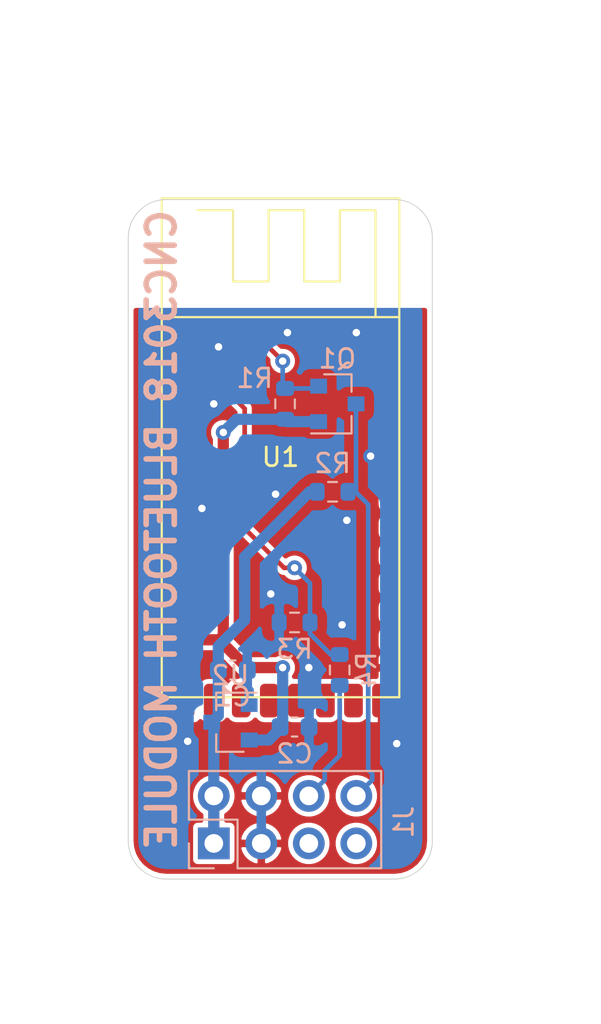
<source format=kicad_pcb>
(kicad_pcb (version 20171130) (host pcbnew "(5.1.5)-3")

  (general
    (thickness 1.6)
    (drawings 9)
    (tracks 70)
    (zones 0)
    (modules 10)
    (nets 37)
  )

  (page A4)
  (layers
    (0 F.Cu signal)
    (31 B.Cu signal)
    (32 B.Adhes user)
    (33 F.Adhes user)
    (34 B.Paste user)
    (35 F.Paste user)
    (36 B.SilkS user)
    (37 F.SilkS user)
    (38 B.Mask user)
    (39 F.Mask user)
    (40 Dwgs.User user)
    (41 Cmts.User user)
    (42 Eco1.User user)
    (43 Eco2.User user)
    (44 Edge.Cuts user)
    (45 Margin user)
    (46 B.CrtYd user)
    (47 F.CrtYd user)
    (48 B.Fab user)
    (49 F.Fab user)
  )

  (setup
    (last_trace_width 0.25)
    (user_trace_width 0.4)
    (user_trace_width 0.6)
    (trace_clearance 0.2)
    (zone_clearance 0.254)
    (zone_45_only no)
    (trace_min 0.2)
    (via_size 0.8)
    (via_drill 0.4)
    (via_min_size 0.4)
    (via_min_drill 0.3)
    (user_via 0.7 0.3)
    (uvia_size 0.3)
    (uvia_drill 0.1)
    (uvias_allowed no)
    (uvia_min_size 0.2)
    (uvia_min_drill 0.1)
    (edge_width 0.05)
    (segment_width 0.2)
    (pcb_text_width 0.3)
    (pcb_text_size 1.5 1.5)
    (mod_edge_width 0.12)
    (mod_text_size 1 1)
    (mod_text_width 0.15)
    (pad_size 1.524 1.524)
    (pad_drill 0.762)
    (pad_to_mask_clearance 0.051)
    (solder_mask_min_width 0.25)
    (aux_axis_origin 0 0)
    (visible_elements 7FFFFFFF)
    (pcbplotparams
      (layerselection 0x010fc_ffffffff)
      (usegerberextensions false)
      (usegerberattributes false)
      (usegerberadvancedattributes false)
      (creategerberjobfile false)
      (excludeedgelayer true)
      (linewidth 0.100000)
      (plotframeref false)
      (viasonmask false)
      (mode 1)
      (useauxorigin false)
      (hpglpennumber 1)
      (hpglpenspeed 20)
      (hpglpendiameter 15.000000)
      (psnegative false)
      (psa4output false)
      (plotreference true)
      (plotvalue true)
      (plotinvisibletext false)
      (padsonsilk false)
      (subtractmaskfromsilk false)
      (outputformat 1)
      (mirror false)
      (drillshape 0)
      (scaleselection 1)
      (outputdirectory "Gerbers/"))
  )

  (net 0 "")
  (net 1 GND)
  (net 2 +5V)
  (net 3 +3V3)
  (net 4 Module_TX)
  (net 5 "Net-(J1-Pad7)")
  (net 6 Module_RX)
  (net 7 CNC_RST)
  (net 8 HM10_TX)
  (net 9 "Net-(U1-Pad34)")
  (net 10 "Net-(U1-Pad33)")
  (net 11 "Net-(U1-Pad32)")
  (net 12 "Net-(U1-Pad31)")
  (net 13 "Net-(U1-Pad30)")
  (net 14 "Net-(U1-Pad29)")
  (net 15 "Net-(U1-Pad28)")
  (net 16 "Net-(U1-Pad27)")
  (net 17 "Net-(U1-Pad26)")
  (net 18 "Net-(U1-Pad25)")
  (net 19 "Net-(U1-Pad24)")
  (net 20 "Net-(U1-Pad23)")
  (net 21 "Net-(U1-Pad20)")
  (net 22 "Net-(U1-Pad19)")
  (net 23 "Net-(U1-Pad18)")
  (net 24 "Net-(U1-Pad17)")
  (net 25 "Net-(U1-Pad16)")
  (net 26 "Net-(U1-Pad15)")
  (net 27 "Net-(U1-Pad11)")
  (net 28 "Net-(U1-Pad10)")
  (net 29 "Net-(U1-Pad9)")
  (net 30 "Net-(U1-Pad8)")
  (net 31 "Net-(U1-Pad7)")
  (net 32 "Net-(U1-Pad6)")
  (net 33 "Net-(U1-Pad5)")
  (net 34 "Net-(U1-Pad4)")
  (net 35 "Net-(U1-Pad3)")
  (net 36 HM10_RX)

  (net_class Default "This is the default net class."
    (clearance 0.2)
    (trace_width 0.25)
    (via_dia 0.8)
    (via_drill 0.4)
    (uvia_dia 0.3)
    (uvia_drill 0.1)
    (add_net +3V3)
    (add_net +5V)
    (add_net CNC_RST)
    (add_net GND)
    (add_net HM10_RX)
    (add_net HM10_TX)
    (add_net Module_RX)
    (add_net Module_TX)
    (add_net "Net-(J1-Pad7)")
    (add_net "Net-(U1-Pad10)")
    (add_net "Net-(U1-Pad11)")
    (add_net "Net-(U1-Pad15)")
    (add_net "Net-(U1-Pad16)")
    (add_net "Net-(U1-Pad17)")
    (add_net "Net-(U1-Pad18)")
    (add_net "Net-(U1-Pad19)")
    (add_net "Net-(U1-Pad20)")
    (add_net "Net-(U1-Pad23)")
    (add_net "Net-(U1-Pad24)")
    (add_net "Net-(U1-Pad25)")
    (add_net "Net-(U1-Pad26)")
    (add_net "Net-(U1-Pad27)")
    (add_net "Net-(U1-Pad28)")
    (add_net "Net-(U1-Pad29)")
    (add_net "Net-(U1-Pad3)")
    (add_net "Net-(U1-Pad30)")
    (add_net "Net-(U1-Pad31)")
    (add_net "Net-(U1-Pad32)")
    (add_net "Net-(U1-Pad33)")
    (add_net "Net-(U1-Pad34)")
    (add_net "Net-(U1-Pad4)")
    (add_net "Net-(U1-Pad5)")
    (add_net "Net-(U1-Pad6)")
    (add_net "Net-(U1-Pad7)")
    (add_net "Net-(U1-Pad8)")
    (add_net "Net-(U1-Pad9)")
  )

  (module Resistor_SMD:R_0603_1608Metric (layer B.Cu) (tedit 5F68FEEE) (tstamp 60A6FBDD)
    (at 139.573 116.586 90)
    (descr "Resistor SMD 0603 (1608 Metric), square (rectangular) end terminal, IPC_7351 nominal, (Body size source: IPC-SM-782 page 72, https://www.pcb-3d.com/wordpress/wp-content/uploads/ipc-sm-782a_amendment_1_and_2.pdf), generated with kicad-footprint-generator")
    (tags resistor)
    (path /60A8B78C)
    (attr smd)
    (fp_text reference R4 (at 0 1.43 270) (layer B.SilkS)
      (effects (font (size 1 1) (thickness 0.15)) (justify mirror))
    )
    (fp_text value 1k (at 0 -1.43 270) (layer B.Fab)
      (effects (font (size 1 1) (thickness 0.15)) (justify mirror))
    )
    (fp_text user %R (at 0 0 270) (layer B.Fab)
      (effects (font (size 0.4 0.4) (thickness 0.06)) (justify mirror))
    )
    (fp_line (start 1.48 -0.73) (end -1.48 -0.73) (layer B.CrtYd) (width 0.05))
    (fp_line (start 1.48 0.73) (end 1.48 -0.73) (layer B.CrtYd) (width 0.05))
    (fp_line (start -1.48 0.73) (end 1.48 0.73) (layer B.CrtYd) (width 0.05))
    (fp_line (start -1.48 -0.73) (end -1.48 0.73) (layer B.CrtYd) (width 0.05))
    (fp_line (start -0.237258 -0.5225) (end 0.237258 -0.5225) (layer B.SilkS) (width 0.12))
    (fp_line (start -0.237258 0.5225) (end 0.237258 0.5225) (layer B.SilkS) (width 0.12))
    (fp_line (start 0.8 -0.4125) (end -0.8 -0.4125) (layer B.Fab) (width 0.1))
    (fp_line (start 0.8 0.4125) (end 0.8 -0.4125) (layer B.Fab) (width 0.1))
    (fp_line (start -0.8 0.4125) (end 0.8 0.4125) (layer B.Fab) (width 0.1))
    (fp_line (start -0.8 -0.4125) (end -0.8 0.4125) (layer B.Fab) (width 0.1))
    (pad 2 smd roundrect (at 0.825 0 90) (size 0.8 0.95) (layers B.Cu B.Paste B.Mask) (roundrect_rratio 0.25)
      (net 36 HM10_RX))
    (pad 1 smd roundrect (at -0.825 0 90) (size 0.8 0.95) (layers B.Cu B.Paste B.Mask) (roundrect_rratio 0.25)
      (net 6 Module_RX))
    (model ${KISYS3DMOD}/Resistor_SMD.3dshapes/R_0603_1608Metric.wrl
      (at (xyz 0 0 0))
      (scale (xyz 1 1 1))
      (rotate (xyz 0 0 0))
    )
  )

  (module Resistor_SMD:R_0603_1608Metric (layer B.Cu) (tedit 5F68FEEE) (tstamp 60A6FBCC)
    (at 137.16 114.046)
    (descr "Resistor SMD 0603 (1608 Metric), square (rectangular) end terminal, IPC_7351 nominal, (Body size source: IPC-SM-782 page 72, https://www.pcb-3d.com/wordpress/wp-content/uploads/ipc-sm-782a_amendment_1_and_2.pdf), generated with kicad-footprint-generator")
    (tags resistor)
    (path /60A8C284)
    (attr smd)
    (fp_text reference R3 (at 0 1.43) (layer B.SilkS)
      (effects (font (size 1 1) (thickness 0.15)) (justify mirror))
    )
    (fp_text value 2k (at 0 -1.43) (layer B.Fab)
      (effects (font (size 1 1) (thickness 0.15)) (justify mirror))
    )
    (fp_text user %R (at 0 0) (layer B.Fab)
      (effects (font (size 0.4 0.4) (thickness 0.06)) (justify mirror))
    )
    (fp_line (start 1.48 -0.73) (end -1.48 -0.73) (layer B.CrtYd) (width 0.05))
    (fp_line (start 1.48 0.73) (end 1.48 -0.73) (layer B.CrtYd) (width 0.05))
    (fp_line (start -1.48 0.73) (end 1.48 0.73) (layer B.CrtYd) (width 0.05))
    (fp_line (start -1.48 -0.73) (end -1.48 0.73) (layer B.CrtYd) (width 0.05))
    (fp_line (start -0.237258 -0.5225) (end 0.237258 -0.5225) (layer B.SilkS) (width 0.12))
    (fp_line (start -0.237258 0.5225) (end 0.237258 0.5225) (layer B.SilkS) (width 0.12))
    (fp_line (start 0.8 -0.4125) (end -0.8 -0.4125) (layer B.Fab) (width 0.1))
    (fp_line (start 0.8 0.4125) (end 0.8 -0.4125) (layer B.Fab) (width 0.1))
    (fp_line (start -0.8 0.4125) (end 0.8 0.4125) (layer B.Fab) (width 0.1))
    (fp_line (start -0.8 -0.4125) (end -0.8 0.4125) (layer B.Fab) (width 0.1))
    (pad 2 smd roundrect (at 0.825 0) (size 0.8 0.95) (layers B.Cu B.Paste B.Mask) (roundrect_rratio 0.25)
      (net 36 HM10_RX))
    (pad 1 smd roundrect (at -0.825 0) (size 0.8 0.95) (layers B.Cu B.Paste B.Mask) (roundrect_rratio 0.25)
      (net 1 GND))
    (model ${KISYS3DMOD}/Resistor_SMD.3dshapes/R_0603_1608Metric.wrl
      (at (xyz 0 0 0))
      (scale (xyz 1 1 1))
      (rotate (xyz 0 0 0))
    )
  )

  (module Package_TO_SOT_SMD:SOT-23 (layer B.Cu) (tedit 5A02FF57) (tstamp 60A6E5F3)
    (at 133.731 119.38 180)
    (descr "SOT-23, Standard")
    (tags SOT-23)
    (path /60A70CCA)
    (attr smd)
    (fp_text reference U2 (at 0 2.5) (layer B.SilkS)
      (effects (font (size 1 1) (thickness 0.15)) (justify mirror))
    )
    (fp_text value MCP1703A-3302_SOT23 (at 0 -2.5) (layer B.Fab)
      (effects (font (size 1 1) (thickness 0.15)) (justify mirror))
    )
    (fp_line (start 0.76 -1.58) (end -0.7 -1.58) (layer B.SilkS) (width 0.12))
    (fp_line (start 0.76 1.58) (end -1.4 1.58) (layer B.SilkS) (width 0.12))
    (fp_line (start -1.7 -1.75) (end -1.7 1.75) (layer B.CrtYd) (width 0.05))
    (fp_line (start 1.7 -1.75) (end -1.7 -1.75) (layer B.CrtYd) (width 0.05))
    (fp_line (start 1.7 1.75) (end 1.7 -1.75) (layer B.CrtYd) (width 0.05))
    (fp_line (start -1.7 1.75) (end 1.7 1.75) (layer B.CrtYd) (width 0.05))
    (fp_line (start 0.76 1.58) (end 0.76 0.65) (layer B.SilkS) (width 0.12))
    (fp_line (start 0.76 -1.58) (end 0.76 -0.65) (layer B.SilkS) (width 0.12))
    (fp_line (start -0.7 -1.52) (end 0.7 -1.52) (layer B.Fab) (width 0.1))
    (fp_line (start 0.7 1.52) (end 0.7 -1.52) (layer B.Fab) (width 0.1))
    (fp_line (start -0.7 0.95) (end -0.15 1.52) (layer B.Fab) (width 0.1))
    (fp_line (start -0.15 1.52) (end 0.7 1.52) (layer B.Fab) (width 0.1))
    (fp_line (start -0.7 0.95) (end -0.7 -1.5) (layer B.Fab) (width 0.1))
    (fp_text user %R (at 0 0 270) (layer B.Fab)
      (effects (font (size 0.5 0.5) (thickness 0.075)) (justify mirror))
    )
    (pad 3 smd rect (at 1 0 180) (size 0.9 0.8) (layers B.Cu B.Paste B.Mask)
      (net 2 +5V))
    (pad 2 smd rect (at -1 -0.95 180) (size 0.9 0.8) (layers B.Cu B.Paste B.Mask)
      (net 3 +3V3))
    (pad 1 smd rect (at -1 0.95 180) (size 0.9 0.8) (layers B.Cu B.Paste B.Mask)
      (net 1 GND))
    (model ${KISYS3DMOD}/Package_TO_SOT_SMD.3dshapes/SOT-23.wrl
      (at (xyz 0 0 0))
      (scale (xyz 1 1 1))
      (rotate (xyz 0 0 0))
    )
  )

  (module HM10:HM10 (layer F.Cu) (tedit 6077378A) (tstamp 60A6E5DE)
    (at 136.409 104.708001)
    (path /60A6CE63)
    (fp_text reference U1 (at 0 0.5) (layer F.SilkS)
      (effects (font (size 1 1) (thickness 0.15)))
    )
    (fp_text value HM10 (at 0 -0.5) (layer F.Fab)
      (effects (font (size 1 1) (thickness 0.15)))
    )
    (fp_line (start -2.54 -12.7) (end -4.445 -12.7) (layer F.SilkS) (width 0.12))
    (fp_line (start -2.54 -8.89) (end -2.54 -12.7) (layer F.SilkS) (width 0.12))
    (fp_line (start -0.635 -8.89) (end -2.54 -8.89) (layer F.SilkS) (width 0.12))
    (fp_line (start -0.635 -12.7) (end -0.635 -8.89) (layer F.SilkS) (width 0.12))
    (fp_line (start 1.27 -12.7) (end -0.635 -12.7) (layer F.SilkS) (width 0.12))
    (fp_line (start 1.27 -8.89) (end 1.27 -12.7) (layer F.SilkS) (width 0.12))
    (fp_line (start 3.175 -8.89) (end 1.27 -8.89) (layer F.SilkS) (width 0.12))
    (fp_line (start 3.175 -12.7) (end 3.175 -8.89) (layer F.SilkS) (width 0.12))
    (fp_line (start 5.08 -12.7) (end 3.175 -12.7) (layer F.SilkS) (width 0.12))
    (fp_line (start 5.08 -6.985) (end 5.08 -12.7) (layer F.SilkS) (width 0.12))
    (fp_line (start -6.35 -6.985) (end 6.35 -6.985) (layer F.SilkS) (width 0.12))
    (fp_line (start -6.35 13.335) (end -6.35 -13.335) (layer F.SilkS) (width 0.12))
    (fp_line (start 6.35 13.335) (end -6.35 13.335) (layer F.SilkS) (width 0.12))
    (fp_line (start 6.35 -13.335) (end 6.35 13.335) (layer F.SilkS) (width 0.12))
    (fp_line (start -6.35 -13.335) (end 6.35 -13.335) (layer F.SilkS) (width 0.12))
    (pad 34 smd roundrect (at 6.4 -6.235 180) (size 1.8 1) (layers F.Cu F.Paste F.Mask) (roundrect_rratio 0.25)
      (net 9 "Net-(U1-Pad34)"))
    (pad 33 smd roundrect (at 6.4 -4.735 180) (size 1.8 1) (layers F.Cu F.Paste F.Mask) (roundrect_rratio 0.25)
      (net 10 "Net-(U1-Pad33)"))
    (pad 32 smd roundrect (at 6.4 -3.235 180) (size 1.8 1) (layers F.Cu F.Paste F.Mask) (roundrect_rratio 0.25)
      (net 11 "Net-(U1-Pad32)"))
    (pad 31 smd roundrect (at 6.4 -1.735 180) (size 1.8 1) (layers F.Cu F.Paste F.Mask) (roundrect_rratio 0.25)
      (net 12 "Net-(U1-Pad31)"))
    (pad 30 smd roundrect (at 6.4 -0.235 180) (size 1.8 1) (layers F.Cu F.Paste F.Mask) (roundrect_rratio 0.25)
      (net 13 "Net-(U1-Pad30)"))
    (pad 29 smd roundrect (at 6.4 1.265 180) (size 1.8 1) (layers F.Cu F.Paste F.Mask) (roundrect_rratio 0.25)
      (net 14 "Net-(U1-Pad29)"))
    (pad 28 smd roundrect (at 6.4 2.765 180) (size 1.8 1) (layers F.Cu F.Paste F.Mask) (roundrect_rratio 0.25)
      (net 15 "Net-(U1-Pad28)"))
    (pad 27 smd roundrect (at 6.4 4.265 180) (size 1.8 1) (layers F.Cu F.Paste F.Mask) (roundrect_rratio 0.25)
      (net 16 "Net-(U1-Pad27)"))
    (pad 26 smd roundrect (at 6.4 5.765 180) (size 1.8 1) (layers F.Cu F.Paste F.Mask) (roundrect_rratio 0.25)
      (net 17 "Net-(U1-Pad26)"))
    (pad 25 smd roundrect (at 6.4 7.265 180) (size 1.8 1) (layers F.Cu F.Paste F.Mask) (roundrect_rratio 0.25)
      (net 18 "Net-(U1-Pad25)"))
    (pad 24 smd roundrect (at 6.4 8.765 180) (size 1.8 1) (layers F.Cu F.Paste F.Mask) (roundrect_rratio 0.25)
      (net 19 "Net-(U1-Pad24)"))
    (pad 23 smd roundrect (at 6.4 10.265 180) (size 1.8 1) (layers F.Cu F.Paste F.Mask) (roundrect_rratio 0.25)
      (net 20 "Net-(U1-Pad23)"))
    (pad 22 smd roundrect (at 6.4 11.765 180) (size 1.8 1) (layers F.Cu F.Paste F.Mask) (roundrect_rratio 0.25)
      (net 1 GND))
    (pad 21 smd roundrect (at 5.4 13.515 90) (size 1.8 1) (layers F.Cu F.Paste F.Mask) (roundrect_rratio 0.25)
      (net 1 GND))
    (pad 20 smd roundrect (at 3.9 13.515 90) (size 1.8 1) (layers F.Cu F.Paste F.Mask) (roundrect_rratio 0.25)
      (net 21 "Net-(U1-Pad20)"))
    (pad 19 smd roundrect (at 2.4 13.515 90) (size 1.8 1) (layers F.Cu F.Paste F.Mask) (roundrect_rratio 0.25)
      (net 22 "Net-(U1-Pad19)"))
    (pad 18 smd roundrect (at 0.9 13.515 90) (size 1.8 1) (layers F.Cu F.Paste F.Mask) (roundrect_rratio 0.25)
      (net 23 "Net-(U1-Pad18)"))
    (pad 17 smd roundrect (at -0.6 13.515 90) (size 1.8 1) (layers F.Cu F.Paste F.Mask) (roundrect_rratio 0.25)
      (net 24 "Net-(U1-Pad17)"))
    (pad 16 smd roundrect (at -2.1 13.515 90) (size 1.8 1) (layers F.Cu F.Paste F.Mask) (roundrect_rratio 0.25)
      (net 25 "Net-(U1-Pad16)"))
    (pad 15 smd roundrect (at -3.6 13.515 90) (size 1.8 1) (layers F.Cu F.Paste F.Mask) (roundrect_rratio 0.25)
      (net 26 "Net-(U1-Pad15)"))
    (pad 14 smd roundrect (at -5.1 13.515 90) (size 1.8 1) (layers F.Cu F.Paste F.Mask) (roundrect_rratio 0.25)
      (net 1 GND))
    (pad 13 smd roundrect (at -6.35 11.765) (size 1.8 1) (layers F.Cu F.Paste F.Mask) (roundrect_rratio 0.25)
      (net 1 GND))
    (pad 12 smd roundrect (at -6.35 10.265) (size 1.8 1) (layers F.Cu F.Paste F.Mask) (roundrect_rratio 0.25)
      (net 3 +3V3))
    (pad 11 smd roundrect (at -6.35 8.765) (size 1.8 1) (layers F.Cu F.Paste F.Mask) (roundrect_rratio 0.25)
      (net 27 "Net-(U1-Pad11)"))
    (pad 10 smd roundrect (at -6.35 7.265) (size 1.8 1) (layers F.Cu F.Paste F.Mask) (roundrect_rratio 0.25)
      (net 28 "Net-(U1-Pad10)"))
    (pad 9 smd roundrect (at -6.35 5.765) (size 1.8 1) (layers F.Cu F.Paste F.Mask) (roundrect_rratio 0.25)
      (net 29 "Net-(U1-Pad9)"))
    (pad 8 smd roundrect (at -6.35 4.265) (size 1.8 1) (layers F.Cu F.Paste F.Mask) (roundrect_rratio 0.25)
      (net 30 "Net-(U1-Pad8)"))
    (pad 7 smd roundrect (at -6.35 2.765) (size 1.8 1) (layers F.Cu F.Paste F.Mask) (roundrect_rratio 0.25)
      (net 31 "Net-(U1-Pad7)"))
    (pad 6 smd roundrect (at -6.35 1.265) (size 1.8 1) (layers F.Cu F.Paste F.Mask) (roundrect_rratio 0.25)
      (net 32 "Net-(U1-Pad6)"))
    (pad 5 smd roundrect (at -6.35 -0.235) (size 1.8 1) (layers F.Cu F.Paste F.Mask) (roundrect_rratio 0.25)
      (net 33 "Net-(U1-Pad5)"))
    (pad 4 smd roundrect (at -6.35 -1.735) (size 1.8 1) (layers F.Cu F.Paste F.Mask) (roundrect_rratio 0.25)
      (net 34 "Net-(U1-Pad4)"))
    (pad 3 smd roundrect (at -6.35 -3.235) (size 1.8 1) (layers F.Cu F.Paste F.Mask) (roundrect_rratio 0.25)
      (net 35 "Net-(U1-Pad3)"))
    (pad 2 smd roundrect (at -6.35 -4.735) (size 1.8 1) (layers F.Cu F.Paste F.Mask) (roundrect_rratio 0.25)
      (net 36 HM10_RX))
    (pad 1 smd roundrect (at -6.35 -6.235) (size 1.8 1) (layers F.Cu F.Paste F.Mask) (roundrect_rratio 0.25)
      (net 8 HM10_TX))
  )

  (module Resistor_SMD:R_0603_1608Metric (layer B.Cu) (tedit 5F68FEEE) (tstamp 60A6E5A9)
    (at 139.192 107.061)
    (descr "Resistor SMD 0603 (1608 Metric), square (rectangular) end terminal, IPC_7351 nominal, (Body size source: IPC-SM-782 page 72, https://www.pcb-3d.com/wordpress/wp-content/uploads/ipc-sm-782a_amendment_1_and_2.pdf), generated with kicad-footprint-generator")
    (tags resistor)
    (path /60A7E139)
    (attr smd)
    (fp_text reference R2 (at 0 -1.524) (layer B.SilkS)
      (effects (font (size 1 1) (thickness 0.15)) (justify mirror))
    )
    (fp_text value 10k (at 0 -1.43 180) (layer B.Fab)
      (effects (font (size 1 1) (thickness 0.15)) (justify mirror))
    )
    (fp_text user %R (at 0 0 180) (layer B.Fab)
      (effects (font (size 0.4 0.4) (thickness 0.06)) (justify mirror))
    )
    (fp_line (start 1.48 -0.73) (end -1.48 -0.73) (layer B.CrtYd) (width 0.05))
    (fp_line (start 1.48 0.73) (end 1.48 -0.73) (layer B.CrtYd) (width 0.05))
    (fp_line (start -1.48 0.73) (end 1.48 0.73) (layer B.CrtYd) (width 0.05))
    (fp_line (start -1.48 -0.73) (end -1.48 0.73) (layer B.CrtYd) (width 0.05))
    (fp_line (start -0.237258 -0.5225) (end 0.237258 -0.5225) (layer B.SilkS) (width 0.12))
    (fp_line (start -0.237258 0.5225) (end 0.237258 0.5225) (layer B.SilkS) (width 0.12))
    (fp_line (start 0.8 -0.4125) (end -0.8 -0.4125) (layer B.Fab) (width 0.1))
    (fp_line (start 0.8 0.4125) (end 0.8 -0.4125) (layer B.Fab) (width 0.1))
    (fp_line (start -0.8 0.4125) (end 0.8 0.4125) (layer B.Fab) (width 0.1))
    (fp_line (start -0.8 -0.4125) (end -0.8 0.4125) (layer B.Fab) (width 0.1))
    (pad 2 smd roundrect (at 0.825 0) (size 0.8 0.95) (layers B.Cu B.Paste B.Mask) (roundrect_rratio 0.25)
      (net 4 Module_TX))
    (pad 1 smd roundrect (at -0.825 0) (size 0.8 0.95) (layers B.Cu B.Paste B.Mask) (roundrect_rratio 0.25)
      (net 2 +5V))
    (model ${KISYS3DMOD}/Resistor_SMD.3dshapes/R_0603_1608Metric.wrl
      (at (xyz 0 0 0))
      (scale (xyz 1 1 1))
      (rotate (xyz 0 0 0))
    )
  )

  (module Resistor_SMD:R_0603_1608Metric (layer B.Cu) (tedit 5F68FEEE) (tstamp 60A6E598)
    (at 136.652 102.362 90)
    (descr "Resistor SMD 0603 (1608 Metric), square (rectangular) end terminal, IPC_7351 nominal, (Body size source: IPC-SM-782 page 72, https://www.pcb-3d.com/wordpress/wp-content/uploads/ipc-sm-782a_amendment_1_and_2.pdf), generated with kicad-footprint-generator")
    (tags resistor)
    (path /60A7D63E)
    (attr smd)
    (fp_text reference R1 (at 1.3716 -1.6256 180) (layer B.SilkS)
      (effects (font (size 1 1) (thickness 0.15)) (justify mirror))
    )
    (fp_text value 10k (at 0 -1.43 270) (layer B.Fab)
      (effects (font (size 1 1) (thickness 0.15)) (justify mirror))
    )
    (fp_text user %R (at 0 0 270) (layer B.Fab)
      (effects (font (size 0.4 0.4) (thickness 0.06)) (justify mirror))
    )
    (fp_line (start 1.48 -0.73) (end -1.48 -0.73) (layer B.CrtYd) (width 0.05))
    (fp_line (start 1.48 0.73) (end 1.48 -0.73) (layer B.CrtYd) (width 0.05))
    (fp_line (start -1.48 0.73) (end 1.48 0.73) (layer B.CrtYd) (width 0.05))
    (fp_line (start -1.48 -0.73) (end -1.48 0.73) (layer B.CrtYd) (width 0.05))
    (fp_line (start -0.237258 -0.5225) (end 0.237258 -0.5225) (layer B.SilkS) (width 0.12))
    (fp_line (start -0.237258 0.5225) (end 0.237258 0.5225) (layer B.SilkS) (width 0.12))
    (fp_line (start 0.8 -0.4125) (end -0.8 -0.4125) (layer B.Fab) (width 0.1))
    (fp_line (start 0.8 0.4125) (end 0.8 -0.4125) (layer B.Fab) (width 0.1))
    (fp_line (start -0.8 0.4125) (end 0.8 0.4125) (layer B.Fab) (width 0.1))
    (fp_line (start -0.8 -0.4125) (end -0.8 0.4125) (layer B.Fab) (width 0.1))
    (pad 2 smd roundrect (at 0.825 0 90) (size 0.8 0.95) (layers B.Cu B.Paste B.Mask) (roundrect_rratio 0.25)
      (net 8 HM10_TX))
    (pad 1 smd roundrect (at -0.825 0 90) (size 0.8 0.95) (layers B.Cu B.Paste B.Mask) (roundrect_rratio 0.25)
      (net 3 +3V3))
    (model ${KISYS3DMOD}/Resistor_SMD.3dshapes/R_0603_1608Metric.wrl
      (at (xyz 0 0 0))
      (scale (xyz 1 1 1))
      (rotate (xyz 0 0 0))
    )
  )

  (module Package_TO_SOT_SMD:SOT-23 (layer B.Cu) (tedit 5A02FF57) (tstamp 60A6E587)
    (at 139.446 102.362)
    (descr "SOT-23, Standard")
    (tags SOT-23)
    (path /60A78C4B)
    (attr smd)
    (fp_text reference Q1 (at 0 -2.413) (layer B.SilkS)
      (effects (font (size 1 1) (thickness 0.15)) (justify mirror))
    )
    (fp_text value 2N7002 (at -0.889 -2.5) (layer B.Fab)
      (effects (font (size 1 1) (thickness 0.15)) (justify mirror))
    )
    (fp_line (start 0.76 -1.58) (end -0.7 -1.58) (layer B.SilkS) (width 0.12))
    (fp_line (start 0.76 1.58) (end -1.4 1.58) (layer B.SilkS) (width 0.12))
    (fp_line (start -1.7 -1.75) (end -1.7 1.75) (layer B.CrtYd) (width 0.05))
    (fp_line (start 1.7 -1.75) (end -1.7 -1.75) (layer B.CrtYd) (width 0.05))
    (fp_line (start 1.7 1.75) (end 1.7 -1.75) (layer B.CrtYd) (width 0.05))
    (fp_line (start -1.7 1.75) (end 1.7 1.75) (layer B.CrtYd) (width 0.05))
    (fp_line (start 0.76 1.58) (end 0.76 0.65) (layer B.SilkS) (width 0.12))
    (fp_line (start 0.76 -1.58) (end 0.76 -0.65) (layer B.SilkS) (width 0.12))
    (fp_line (start -0.7 -1.52) (end 0.7 -1.52) (layer B.Fab) (width 0.1))
    (fp_line (start 0.7 1.52) (end 0.7 -1.52) (layer B.Fab) (width 0.1))
    (fp_line (start -0.7 0.95) (end -0.15 1.52) (layer B.Fab) (width 0.1))
    (fp_line (start -0.15 1.52) (end 0.7 1.52) (layer B.Fab) (width 0.1))
    (fp_line (start -0.7 0.95) (end -0.7 -1.5) (layer B.Fab) (width 0.1))
    (fp_text user %R (at 0 0 -90) (layer B.Fab)
      (effects (font (size 0.5 0.5) (thickness 0.075)) (justify mirror))
    )
    (pad 3 smd rect (at 1 0) (size 0.9 0.8) (layers B.Cu B.Paste B.Mask)
      (net 4 Module_TX))
    (pad 2 smd rect (at -1 -0.95) (size 0.9 0.8) (layers B.Cu B.Paste B.Mask)
      (net 8 HM10_TX))
    (pad 1 smd rect (at -1 0.95) (size 0.9 0.8) (layers B.Cu B.Paste B.Mask)
      (net 3 +3V3))
    (model ${KISYS3DMOD}/Package_TO_SOT_SMD.3dshapes/SOT-23.wrl
      (at (xyz 0 0 0))
      (scale (xyz 1 1 1))
      (rotate (xyz 0 0 0))
    )
  )

  (module Connector_PinSocket_2.54mm:PinSocket_2x04_P2.54mm_Vertical (layer B.Cu) (tedit 5A19A422) (tstamp 60A6E572)
    (at 132.842 125.857 270)
    (descr "Through hole straight socket strip, 2x04, 2.54mm pitch, double cols (from Kicad 4.0.7), script generated")
    (tags "Through hole socket strip THT 2x04 2.54mm double row")
    (path /60A6DACE)
    (fp_text reference J1 (at -1.143 -10.16 90) (layer B.SilkS)
      (effects (font (size 1 1) (thickness 0.15)) (justify mirror))
    )
    (fp_text value "2x4 Female Header" (at -1.27 -10.39 270) (layer B.Fab)
      (effects (font (size 1 1) (thickness 0.15)) (justify mirror))
    )
    (fp_text user %R (at -1.27 -3.81) (layer B.Fab)
      (effects (font (size 1 1) (thickness 0.15)) (justify mirror))
    )
    (fp_line (start -4.34 -9.4) (end -4.34 1.8) (layer B.CrtYd) (width 0.05))
    (fp_line (start 1.76 -9.4) (end -4.34 -9.4) (layer B.CrtYd) (width 0.05))
    (fp_line (start 1.76 1.8) (end 1.76 -9.4) (layer B.CrtYd) (width 0.05))
    (fp_line (start -4.34 1.8) (end 1.76 1.8) (layer B.CrtYd) (width 0.05))
    (fp_line (start 0 1.33) (end 1.33 1.33) (layer B.SilkS) (width 0.12))
    (fp_line (start 1.33 1.33) (end 1.33 0) (layer B.SilkS) (width 0.12))
    (fp_line (start -1.27 1.33) (end -1.27 -1.27) (layer B.SilkS) (width 0.12))
    (fp_line (start -1.27 -1.27) (end 1.33 -1.27) (layer B.SilkS) (width 0.12))
    (fp_line (start 1.33 -1.27) (end 1.33 -8.95) (layer B.SilkS) (width 0.12))
    (fp_line (start -3.87 -8.95) (end 1.33 -8.95) (layer B.SilkS) (width 0.12))
    (fp_line (start -3.87 1.33) (end -3.87 -8.95) (layer B.SilkS) (width 0.12))
    (fp_line (start -3.87 1.33) (end -1.27 1.33) (layer B.SilkS) (width 0.12))
    (fp_line (start -3.81 -8.89) (end -3.81 1.27) (layer B.Fab) (width 0.1))
    (fp_line (start 1.27 -8.89) (end -3.81 -8.89) (layer B.Fab) (width 0.1))
    (fp_line (start 1.27 0.27) (end 1.27 -8.89) (layer B.Fab) (width 0.1))
    (fp_line (start 0.27 1.27) (end 1.27 0.27) (layer B.Fab) (width 0.1))
    (fp_line (start -3.81 1.27) (end 0.27 1.27) (layer B.Fab) (width 0.1))
    (pad 8 thru_hole oval (at -2.54 -7.62 270) (size 1.7 1.7) (drill 1) (layers *.Cu *.Mask)
      (net 4 Module_TX))
    (pad 7 thru_hole oval (at 0 -7.62 270) (size 1.7 1.7) (drill 1) (layers *.Cu *.Mask)
      (net 5 "Net-(J1-Pad7)"))
    (pad 6 thru_hole oval (at -2.54 -5.08 270) (size 1.7 1.7) (drill 1) (layers *.Cu *.Mask)
      (net 6 Module_RX))
    (pad 5 thru_hole oval (at 0 -5.08 270) (size 1.7 1.7) (drill 1) (layers *.Cu *.Mask)
      (net 7 CNC_RST))
    (pad 4 thru_hole oval (at -2.54 -2.54 270) (size 1.7 1.7) (drill 1) (layers *.Cu *.Mask)
      (net 1 GND))
    (pad 3 thru_hole oval (at 0 -2.54 270) (size 1.7 1.7) (drill 1) (layers *.Cu *.Mask)
      (net 1 GND))
    (pad 2 thru_hole oval (at -2.54 0 270) (size 1.7 1.7) (drill 1) (layers *.Cu *.Mask)
      (net 2 +5V))
    (pad 1 thru_hole rect (at 0 0 270) (size 1.7 1.7) (drill 1) (layers *.Cu *.Mask)
      (net 2 +5V))
    (model ${KISYS3DMOD}/Connector_PinSocket_2.54mm.3dshapes/PinSocket_2x04_P2.54mm_Vertical.wrl
      (at (xyz 0 0 0))
      (scale (xyz 1 1 1))
      (rotate (xyz 0 0 0))
    )
  )

  (module Capacitor_SMD:C_0603_1608Metric (layer B.Cu) (tedit 5F68FEEE) (tstamp 60A6F5F0)
    (at 137.16 119.634)
    (descr "Capacitor SMD 0603 (1608 Metric), square (rectangular) end terminal, IPC_7351 nominal, (Body size source: IPC-SM-782 page 76, https://www.pcb-3d.com/wordpress/wp-content/uploads/ipc-sm-782a_amendment_1_and_2.pdf), generated with kicad-footprint-generator")
    (tags capacitor)
    (path /60A77C89)
    (attr smd)
    (fp_text reference C2 (at 0 1.43) (layer B.SilkS)
      (effects (font (size 1 1) (thickness 0.15)) (justify mirror))
    )
    (fp_text value 100n (at 0 -1.43) (layer B.Fab)
      (effects (font (size 1 1) (thickness 0.15)) (justify mirror))
    )
    (fp_text user %R (at 0 0) (layer B.Fab)
      (effects (font (size 0.4 0.4) (thickness 0.06)) (justify mirror))
    )
    (fp_line (start 1.48 -0.73) (end -1.48 -0.73) (layer B.CrtYd) (width 0.05))
    (fp_line (start 1.48 0.73) (end 1.48 -0.73) (layer B.CrtYd) (width 0.05))
    (fp_line (start -1.48 0.73) (end 1.48 0.73) (layer B.CrtYd) (width 0.05))
    (fp_line (start -1.48 -0.73) (end -1.48 0.73) (layer B.CrtYd) (width 0.05))
    (fp_line (start -0.14058 -0.51) (end 0.14058 -0.51) (layer B.SilkS) (width 0.12))
    (fp_line (start -0.14058 0.51) (end 0.14058 0.51) (layer B.SilkS) (width 0.12))
    (fp_line (start 0.8 -0.4) (end -0.8 -0.4) (layer B.Fab) (width 0.1))
    (fp_line (start 0.8 0.4) (end 0.8 -0.4) (layer B.Fab) (width 0.1))
    (fp_line (start -0.8 0.4) (end 0.8 0.4) (layer B.Fab) (width 0.1))
    (fp_line (start -0.8 -0.4) (end -0.8 0.4) (layer B.Fab) (width 0.1))
    (pad 2 smd roundrect (at 0.775 0) (size 0.9 0.95) (layers B.Cu B.Paste B.Mask) (roundrect_rratio 0.25)
      (net 1 GND))
    (pad 1 smd roundrect (at -0.775 0) (size 0.9 0.95) (layers B.Cu B.Paste B.Mask) (roundrect_rratio 0.25)
      (net 3 +3V3))
    (model ${KISYS3DMOD}/Capacitor_SMD.3dshapes/C_0603_1608Metric.wrl
      (at (xyz 0 0 0))
      (scale (xyz 1 1 1))
      (rotate (xyz 0 0 0))
    )
  )

  (module Capacitor_SMD:C_0603_1608Metric (layer B.Cu) (tedit 5F68FEEE) (tstamp 60A6E543)
    (at 133.858 116.586)
    (descr "Capacitor SMD 0603 (1608 Metric), square (rectangular) end terminal, IPC_7351 nominal, (Body size source: IPC-SM-782 page 76, https://www.pcb-3d.com/wordpress/wp-content/uploads/ipc-sm-782a_amendment_1_and_2.pdf), generated with kicad-footprint-generator")
    (tags capacitor)
    (path /60A77484)
    (attr smd)
    (fp_text reference C1 (at 0 1.43) (layer B.SilkS)
      (effects (font (size 1 1) (thickness 0.15)) (justify mirror))
    )
    (fp_text value 100n (at 0 -1.43) (layer B.Fab)
      (effects (font (size 1 1) (thickness 0.15)) (justify mirror))
    )
    (fp_text user %R (at 0 0) (layer B.Fab)
      (effects (font (size 0.4 0.4) (thickness 0.06)) (justify mirror))
    )
    (fp_line (start 1.48 -0.73) (end -1.48 -0.73) (layer B.CrtYd) (width 0.05))
    (fp_line (start 1.48 0.73) (end 1.48 -0.73) (layer B.CrtYd) (width 0.05))
    (fp_line (start -1.48 0.73) (end 1.48 0.73) (layer B.CrtYd) (width 0.05))
    (fp_line (start -1.48 -0.73) (end -1.48 0.73) (layer B.CrtYd) (width 0.05))
    (fp_line (start -0.14058 -0.51) (end 0.14058 -0.51) (layer B.SilkS) (width 0.12))
    (fp_line (start -0.14058 0.51) (end 0.14058 0.51) (layer B.SilkS) (width 0.12))
    (fp_line (start 0.8 -0.4) (end -0.8 -0.4) (layer B.Fab) (width 0.1))
    (fp_line (start 0.8 0.4) (end 0.8 -0.4) (layer B.Fab) (width 0.1))
    (fp_line (start -0.8 0.4) (end 0.8 0.4) (layer B.Fab) (width 0.1))
    (fp_line (start -0.8 -0.4) (end -0.8 0.4) (layer B.Fab) (width 0.1))
    (pad 2 smd roundrect (at 0.775 0) (size 0.9 0.95) (layers B.Cu B.Paste B.Mask) (roundrect_rratio 0.25)
      (net 1 GND))
    (pad 1 smd roundrect (at -0.775 0) (size 0.9 0.95) (layers B.Cu B.Paste B.Mask) (roundrect_rratio 0.25)
      (net 2 +5V))
    (model ${KISYS3DMOD}/Capacitor_SMD.3dshapes/C_0603_1608Metric.wrl
      (at (xyz 0 0 0))
      (scale (xyz 1 1 1))
      (rotate (xyz 0 0 0))
    )
  )

  (gr_text "CNC3018 BLUETOOTH MODULE" (at 130.048 109.093 90) (layer B.SilkS)
    (effects (font (size 1.5 1.5) (thickness 0.3)) (justify mirror))
  )
  (gr_arc (start 130.302 93.472) (end 130.302 91.44) (angle -90) (layer Edge.Cuts) (width 0.05))
  (gr_arc (start 142.494 93.472) (end 144.526 93.472) (angle -90) (layer Edge.Cuts) (width 0.05))
  (gr_arc (start 142.494 125.73) (end 142.494 127.762) (angle -90) (layer Edge.Cuts) (width 0.05))
  (gr_arc (start 130.302 125.73) (end 128.27 125.73) (angle -90) (layer Edge.Cuts) (width 0.05))
  (gr_line (start 128.27 125.73) (end 128.27 93.472) (layer Edge.Cuts) (width 0.05) (tstamp 60A6EE8B))
  (gr_line (start 142.494 127.762) (end 130.302 127.762) (layer Edge.Cuts) (width 0.05))
  (gr_line (start 144.526 93.472) (end 144.526 125.73) (layer Edge.Cuts) (width 0.05))
  (gr_line (start 130.302 91.44) (end 142.494 91.44) (layer Edge.Cuts) (width 0.05))

  (via (at 139.954 108.585) (size 0.8) (drill 0.4) (layers F.Cu B.Cu) (net 1))
  (via (at 139.7 114.173) (size 0.8) (drill 0.4) (layers F.Cu B.Cu) (net 1))
  (via (at 135.89 112.522) (size 0.8) (drill 0.4) (layers F.Cu B.Cu) (net 1))
  (via (at 137.922 116.459) (size 0.8) (drill 0.4) (layers F.Cu B.Cu) (net 1))
  (via (at 136.144 107.188) (size 0.8) (drill 0.4) (layers F.Cu B.Cu) (net 1))
  (via (at 140.462 98.552) (size 0.8) (drill 0.4) (layers F.Cu B.Cu) (net 1))
  (via (at 136.779 98.552) (size 0.8) (drill 0.4) (layers F.Cu B.Cu) (net 1))
  (via (at 133.096 99.314) (size 0.8) (drill 0.4) (layers F.Cu B.Cu) (net 1))
  (via (at 132.842 102.362) (size 0.8) (drill 0.4) (layers F.Cu B.Cu) (net 1))
  (via (at 132.207 107.95) (size 0.8) (drill 0.4) (layers F.Cu B.Cu) (net 1))
  (via (at 131.445 120.396) (size 0.8) (drill 0.4) (layers F.Cu B.Cu) (net 1))
  (via (at 142.621 120.523) (size 0.8) (drill 0.4) (layers F.Cu B.Cu) (net 1))
  (via (at 141.224 105.156) (size 0.8) (drill 0.4) (layers F.Cu B.Cu) (net 1))
  (segment (start 132.842 125.857) (end 132.842 123.317) (width 0.6) (layer B.Cu) (net 2))
  (segment (start 132.842 125.857) (end 132.842 123.317) (width 0.6) (layer F.Cu) (net 2))
  (segment (start 132.842 119.491) (end 132.731 119.38) (width 0.6) (layer B.Cu) (net 2))
  (segment (start 132.842 123.317) (end 132.842 119.491) (width 0.6) (layer B.Cu) (net 2))
  (segment (start 133.083 119.028) (end 132.731 119.38) (width 0.6) (layer B.Cu) (net 2))
  (segment (start 133.083 116.586) (end 133.083 119.028) (width 0.6) (layer B.Cu) (net 2))
  (segment (start 137.967 107.061) (end 134.493 110.535) (width 0.6) (layer B.Cu) (net 2))
  (segment (start 138.367 107.061) (end 137.967 107.061) (width 0.6) (layer B.Cu) (net 2))
  (segment (start 134.493 110.535) (end 134.493 113.919) (width 0.6) (layer B.Cu) (net 2))
  (segment (start 133.083 115.329) (end 133.083 116.586) (width 0.6) (layer B.Cu) (net 2))
  (segment (start 134.493 113.919) (end 133.083 115.329) (width 0.6) (layer B.Cu) (net 2))
  (segment (start 135.781 120.33) (end 136.525 119.586) (width 0.6) (layer B.Cu) (net 3))
  (segment (start 134.731 120.33) (end 135.781 120.33) (width 0.6) (layer B.Cu) (net 3))
  (via (at 136.525 116.459) (size 0.8) (drill 0.4) (layers F.Cu B.Cu) (net 3))
  (segment (start 136.525 119.586) (end 136.525 116.459) (width 0.6) (layer B.Cu) (net 3))
  (segment (start 136.525 116.459) (end 134.62 116.459) (width 0.6) (layer F.Cu) (net 3))
  (segment (start 133.134001 114.973001) (end 130.059 114.973001) (width 0.6) (layer F.Cu) (net 3))
  (segment (start 134.62 116.459) (end 133.134001 114.973001) (width 0.6) (layer F.Cu) (net 3))
  (segment (start 136.777 103.312) (end 136.652 103.187) (width 0.6) (layer B.Cu) (net 3))
  (segment (start 138.446 103.312) (end 136.777 103.312) (width 0.6) (layer B.Cu) (net 3))
  (via (at 133.35 103.886) (size 0.8) (drill 0.4) (layers F.Cu B.Cu) (net 3))
  (segment (start 136.652 103.187) (end 134.049 103.187) (width 0.6) (layer B.Cu) (net 3))
  (segment (start 134.049 103.187) (end 133.35 103.886) (width 0.6) (layer B.Cu) (net 3))
  (segment (start 133.35 114.757002) (end 133.134001 114.973001) (width 0.6) (layer F.Cu) (net 3))
  (segment (start 133.35 103.886) (end 133.35 114.757002) (width 0.6) (layer F.Cu) (net 3))
  (segment (start 140.417 107.061) (end 140.017 107.061) (width 0.25) (layer B.Cu) (net 4))
  (segment (start 140.462 123.317) (end 141.311999 122.467001) (width 0.25) (layer B.Cu) (net 4))
  (segment (start 141.097 121.92) (end 141.097 107.741) (width 0.25) (layer B.Cu) (net 4))
  (segment (start 141.311999 122.467001) (end 141.311999 122.134999) (width 0.25) (layer B.Cu) (net 4))
  (segment (start 141.311999 122.134999) (end 141.097 121.92) (width 0.25) (layer B.Cu) (net 4))
  (segment (start 141.097 107.741) (end 140.417 107.061) (width 0.25) (layer B.Cu) (net 4))
  (segment (start 140.446 107.032) (end 140.417 107.061) (width 0.25) (layer B.Cu) (net 4))
  (segment (start 140.446 102.362) (end 140.446 107.032) (width 0.25) (layer B.Cu) (net 4))
  (segment (start 138.771999 122.467001) (end 138.771999 121.959001) (width 0.25) (layer B.Cu) (net 6))
  (segment (start 137.922 123.317) (end 138.771999 122.467001) (width 0.25) (layer B.Cu) (net 6))
  (segment (start 139.573 121.158) (end 139.573 117.411) (width 0.25) (layer B.Cu) (net 6))
  (segment (start 138.771999 121.959001) (end 139.573 121.158) (width 0.25) (layer B.Cu) (net 6))
  (via (at 136.525 100.076) (size 0.8) (drill 0.4) (layers F.Cu B.Cu) (net 8))
  (segment (start 130.059 98.473001) (end 134.922001 98.473001) (width 0.25) (layer F.Cu) (net 8))
  (segment (start 134.922001 98.473001) (end 136.525 100.076) (width 0.25) (layer F.Cu) (net 8))
  (segment (start 136.525 101.41) (end 136.652 101.537) (width 0.25) (layer B.Cu) (net 8))
  (segment (start 136.525 100.076) (end 136.525 101.41) (width 0.25) (layer B.Cu) (net 8))
  (segment (start 138.321 101.537) (end 138.446 101.412) (width 0.25) (layer B.Cu) (net 8))
  (segment (start 136.652 101.537) (end 138.321 101.537) (width 0.25) (layer B.Cu) (net 8))
  (segment (start 137.985 114.521) (end 137.985 114.046) (width 0.25) (layer B.Cu) (net 36))
  (segment (start 137.985 114.648) (end 137.985 114.521) (width 0.25) (layer B.Cu) (net 36))
  (segment (start 139.573 115.761) (end 139.098 115.761) (width 0.25) (layer B.Cu) (net 36))
  (segment (start 139.098 115.761) (end 137.985 114.648) (width 0.25) (layer B.Cu) (net 36))
  (segment (start 137.985 114.046) (end 137.985 113.571) (width 0.25) (layer B.Cu) (net 36))
  (via (at 137.16 111.125) (size 0.8) (drill 0.4) (layers F.Cu B.Cu) (net 36))
  (segment (start 137.985 114.046) (end 137.985 111.95) (width 0.25) (layer B.Cu) (net 36))
  (segment (start 137.985 111.95) (end 137.16 111.125) (width 0.25) (layer B.Cu) (net 36))
  (segment (start 136.594315 111.125) (end 134.493 109.023685) (width 0.25) (layer F.Cu) (net 36))
  (segment (start 137.16 111.125) (end 136.594315 111.125) (width 0.25) (layer F.Cu) (net 36))
  (segment (start 134.493 109.023685) (end 134.493 102.616) (width 0.25) (layer F.Cu) (net 36))
  (segment (start 131.850001 99.973001) (end 130.059 99.973001) (width 0.25) (layer F.Cu) (net 36))
  (segment (start 134.493 102.616) (end 131.850001 99.973001) (width 0.25) (layer F.Cu) (net 36))

  (zone (net 1) (net_name GND) (layer F.Cu) (tstamp 60A700AD) (hatch edge 0.508)
    (connect_pads (clearance 0.254))
    (min_thickness 0.254)
    (fill yes (arc_segments 32) (thermal_gap 0.254) (thermal_bridge_width 0.4))
    (polygon
      (pts
        (xy 151.638 135.509) (xy 122.301 135.001) (xy 126.238 88.773) (xy 148.463 88.011)
      )
    )
    (filled_polygon
      (pts
        (xy 144.120001 125.710136) (xy 144.087124 126.045444) (xy 143.995512 126.34888) (xy 143.846706 126.62874) (xy 143.646379 126.874365)
        (xy 143.402158 127.076401) (xy 143.123345 127.227155) (xy 142.820562 127.320882) (xy 142.486432 127.356) (xy 130.321854 127.356)
        (xy 129.986556 127.323124) (xy 129.68312 127.231512) (xy 129.40326 127.082706) (xy 129.157635 126.882379) (xy 128.955599 126.638158)
        (xy 128.804845 126.359345) (xy 128.711118 126.056562) (xy 128.676 125.722432) (xy 128.676 125.007) (xy 131.609157 125.007)
        (xy 131.609157 126.707) (xy 131.616513 126.781689) (xy 131.638299 126.853508) (xy 131.673678 126.919696) (xy 131.721289 126.977711)
        (xy 131.779304 127.025322) (xy 131.845492 127.060701) (xy 131.917311 127.082487) (xy 131.992 127.089843) (xy 133.692 127.089843)
        (xy 133.766689 127.082487) (xy 133.838508 127.060701) (xy 133.904696 127.025322) (xy 133.962711 126.977711) (xy 134.010322 126.919696)
        (xy 134.045701 126.853508) (xy 134.067487 126.781689) (xy 134.074843 126.707) (xy 134.074843 126.121334) (xy 134.179712 126.121334)
        (xy 134.254383 126.35081) (xy 134.372387 126.561309) (xy 134.52919 126.744742) (xy 134.718766 126.894059) (xy 134.93383 127.003523)
        (xy 135.117667 127.059285) (xy 135.309 126.990402) (xy 135.309 125.93) (xy 135.455 125.93) (xy 135.455 126.990402)
        (xy 135.646333 127.059285) (xy 135.83017 127.003523) (xy 136.045234 126.894059) (xy 136.23481 126.744742) (xy 136.391613 126.561309)
        (xy 136.509617 126.35081) (xy 136.584288 126.121334) (xy 136.515587 125.93) (xy 135.455 125.93) (xy 135.309 125.93)
        (xy 134.248413 125.93) (xy 134.179712 126.121334) (xy 134.074843 126.121334) (xy 134.074843 125.592666) (xy 134.179712 125.592666)
        (xy 134.248413 125.784) (xy 135.309 125.784) (xy 135.309 124.723598) (xy 135.455 124.723598) (xy 135.455 125.784)
        (xy 136.515587 125.784) (xy 136.532909 125.735757) (xy 136.691 125.735757) (xy 136.691 125.978243) (xy 136.738307 126.216069)
        (xy 136.831102 126.440097) (xy 136.96582 126.641717) (xy 137.137283 126.81318) (xy 137.338903 126.947898) (xy 137.562931 127.040693)
        (xy 137.800757 127.088) (xy 138.043243 127.088) (xy 138.281069 127.040693) (xy 138.505097 126.947898) (xy 138.706717 126.81318)
        (xy 138.87818 126.641717) (xy 139.012898 126.440097) (xy 139.105693 126.216069) (xy 139.153 125.978243) (xy 139.153 125.735757)
        (xy 139.231 125.735757) (xy 139.231 125.978243) (xy 139.278307 126.216069) (xy 139.371102 126.440097) (xy 139.50582 126.641717)
        (xy 139.677283 126.81318) (xy 139.878903 126.947898) (xy 140.102931 127.040693) (xy 140.340757 127.088) (xy 140.583243 127.088)
        (xy 140.821069 127.040693) (xy 141.045097 126.947898) (xy 141.246717 126.81318) (xy 141.41818 126.641717) (xy 141.552898 126.440097)
        (xy 141.645693 126.216069) (xy 141.693 125.978243) (xy 141.693 125.735757) (xy 141.645693 125.497931) (xy 141.552898 125.273903)
        (xy 141.41818 125.072283) (xy 141.246717 124.90082) (xy 141.045097 124.766102) (xy 140.821069 124.673307) (xy 140.583243 124.626)
        (xy 140.340757 124.626) (xy 140.102931 124.673307) (xy 139.878903 124.766102) (xy 139.677283 124.90082) (xy 139.50582 125.072283)
        (xy 139.371102 125.273903) (xy 139.278307 125.497931) (xy 139.231 125.735757) (xy 139.153 125.735757) (xy 139.105693 125.497931)
        (xy 139.012898 125.273903) (xy 138.87818 125.072283) (xy 138.706717 124.90082) (xy 138.505097 124.766102) (xy 138.281069 124.673307)
        (xy 138.043243 124.626) (xy 137.800757 124.626) (xy 137.562931 124.673307) (xy 137.338903 124.766102) (xy 137.137283 124.90082)
        (xy 136.96582 125.072283) (xy 136.831102 125.273903) (xy 136.738307 125.497931) (xy 136.691 125.735757) (xy 136.532909 125.735757)
        (xy 136.584288 125.592666) (xy 136.509617 125.36319) (xy 136.391613 125.152691) (xy 136.23481 124.969258) (xy 136.045234 124.819941)
        (xy 135.83017 124.710477) (xy 135.646333 124.654715) (xy 135.455 124.723598) (xy 135.309 124.723598) (xy 135.117667 124.654715)
        (xy 134.93383 124.710477) (xy 134.718766 124.819941) (xy 134.52919 124.969258) (xy 134.372387 125.152691) (xy 134.254383 125.36319)
        (xy 134.179712 125.592666) (xy 134.074843 125.592666) (xy 134.074843 125.007) (xy 134.067487 124.932311) (xy 134.045701 124.860492)
        (xy 134.010322 124.794304) (xy 133.962711 124.736289) (xy 133.904696 124.688678) (xy 133.838508 124.653299) (xy 133.766689 124.631513)
        (xy 133.692 124.624157) (xy 133.523 124.624157) (xy 133.523 124.342481) (xy 133.626717 124.27318) (xy 133.79818 124.101717)
        (xy 133.932898 123.900097) (xy 134.025693 123.676069) (xy 134.044537 123.581334) (xy 134.179712 123.581334) (xy 134.254383 123.81081)
        (xy 134.372387 124.021309) (xy 134.52919 124.204742) (xy 134.718766 124.354059) (xy 134.93383 124.463523) (xy 135.117667 124.519285)
        (xy 135.309 124.450402) (xy 135.309 123.39) (xy 135.455 123.39) (xy 135.455 124.450402) (xy 135.646333 124.519285)
        (xy 135.83017 124.463523) (xy 136.045234 124.354059) (xy 136.23481 124.204742) (xy 136.391613 124.021309) (xy 136.509617 123.81081)
        (xy 136.584288 123.581334) (xy 136.515587 123.39) (xy 135.455 123.39) (xy 135.309 123.39) (xy 134.248413 123.39)
        (xy 134.179712 123.581334) (xy 134.044537 123.581334) (xy 134.073 123.438243) (xy 134.073 123.195757) (xy 134.044538 123.052666)
        (xy 134.179712 123.052666) (xy 134.248413 123.244) (xy 135.309 123.244) (xy 135.309 122.183598) (xy 135.455 122.183598)
        (xy 135.455 123.244) (xy 136.515587 123.244) (xy 136.532909 123.195757) (xy 136.691 123.195757) (xy 136.691 123.438243)
        (xy 136.738307 123.676069) (xy 136.831102 123.900097) (xy 136.96582 124.101717) (xy 137.137283 124.27318) (xy 137.338903 124.407898)
        (xy 137.562931 124.500693) (xy 137.800757 124.548) (xy 138.043243 124.548) (xy 138.281069 124.500693) (xy 138.505097 124.407898)
        (xy 138.706717 124.27318) (xy 138.87818 124.101717) (xy 139.012898 123.900097) (xy 139.105693 123.676069) (xy 139.153 123.438243)
        (xy 139.153 123.195757) (xy 139.231 123.195757) (xy 139.231 123.438243) (xy 139.278307 123.676069) (xy 139.371102 123.900097)
        (xy 139.50582 124.101717) (xy 139.677283 124.27318) (xy 139.878903 124.407898) (xy 140.102931 124.500693) (xy 140.340757 124.548)
        (xy 140.583243 124.548) (xy 140.821069 124.500693) (xy 141.045097 124.407898) (xy 141.246717 124.27318) (xy 141.41818 124.101717)
        (xy 141.552898 123.900097) (xy 141.645693 123.676069) (xy 141.693 123.438243) (xy 141.693 123.195757) (xy 141.645693 122.957931)
        (xy 141.552898 122.733903) (xy 141.41818 122.532283) (xy 141.246717 122.36082) (xy 141.045097 122.226102) (xy 140.821069 122.133307)
        (xy 140.583243 122.086) (xy 140.340757 122.086) (xy 140.102931 122.133307) (xy 139.878903 122.226102) (xy 139.677283 122.36082)
        (xy 139.50582 122.532283) (xy 139.371102 122.733903) (xy 139.278307 122.957931) (xy 139.231 123.195757) (xy 139.153 123.195757)
        (xy 139.105693 122.957931) (xy 139.012898 122.733903) (xy 138.87818 122.532283) (xy 138.706717 122.36082) (xy 138.505097 122.226102)
        (xy 138.281069 122.133307) (xy 138.043243 122.086) (xy 137.800757 122.086) (xy 137.562931 122.133307) (xy 137.338903 122.226102)
        (xy 137.137283 122.36082) (xy 136.96582 122.532283) (xy 136.831102 122.733903) (xy 136.738307 122.957931) (xy 136.691 123.195757)
        (xy 136.532909 123.195757) (xy 136.584288 123.052666) (xy 136.509617 122.82319) (xy 136.391613 122.612691) (xy 136.23481 122.429258)
        (xy 136.045234 122.279941) (xy 135.83017 122.170477) (xy 135.646333 122.114715) (xy 135.455 122.183598) (xy 135.309 122.183598)
        (xy 135.117667 122.114715) (xy 134.93383 122.170477) (xy 134.718766 122.279941) (xy 134.52919 122.429258) (xy 134.372387 122.612691)
        (xy 134.254383 122.82319) (xy 134.179712 123.052666) (xy 134.044538 123.052666) (xy 134.025693 122.957931) (xy 133.932898 122.733903)
        (xy 133.79818 122.532283) (xy 133.626717 122.36082) (xy 133.425097 122.226102) (xy 133.201069 122.133307) (xy 132.963243 122.086)
        (xy 132.720757 122.086) (xy 132.482931 122.133307) (xy 132.258903 122.226102) (xy 132.057283 122.36082) (xy 131.88582 122.532283)
        (xy 131.751102 122.733903) (xy 131.658307 122.957931) (xy 131.611 123.195757) (xy 131.611 123.438243) (xy 131.658307 123.676069)
        (xy 131.751102 123.900097) (xy 131.88582 124.101717) (xy 132.057283 124.27318) (xy 132.161001 124.342482) (xy 132.161 124.624157)
        (xy 131.992 124.624157) (xy 131.917311 124.631513) (xy 131.845492 124.653299) (xy 131.779304 124.688678) (xy 131.721289 124.736289)
        (xy 131.673678 124.794304) (xy 131.638299 124.860492) (xy 131.616513 124.932311) (xy 131.609157 125.007) (xy 128.676 125.007)
        (xy 128.676 119.123001) (xy 130.426157 119.123001) (xy 130.433513 119.19769) (xy 130.455299 119.269509) (xy 130.490678 119.335697)
        (xy 130.538289 119.393712) (xy 130.596304 119.441323) (xy 130.662492 119.476702) (xy 130.734311 119.498488) (xy 130.809 119.505844)
        (xy 131.14075 119.504001) (xy 131.236 119.408751) (xy 131.236 118.296001) (xy 130.52325 118.296001) (xy 130.428 118.391251)
        (xy 130.426157 119.123001) (xy 128.676 119.123001) (xy 128.676 116.973001) (xy 128.776157 116.973001) (xy 128.783513 117.04769)
        (xy 128.805299 117.119509) (xy 128.840678 117.185697) (xy 128.888289 117.243712) (xy 128.946304 117.291323) (xy 129.012492 117.326702)
        (xy 129.084311 117.348488) (xy 129.159 117.355844) (xy 129.89075 117.354001) (xy 129.986 117.258751) (xy 129.986 116.546001)
        (xy 128.87325 116.546001) (xy 128.778 116.641251) (xy 128.776157 116.973001) (xy 128.676 116.973001) (xy 128.676 98.223001)
        (xy 128.776157 98.223001) (xy 128.776157 98.723001) (xy 128.788317 98.846463) (xy 128.824329 98.96518) (xy 128.88281 99.07459)
        (xy 128.961512 99.170489) (xy 129.025498 99.223001) (xy 128.961512 99.275513) (xy 128.88281 99.371412) (xy 128.824329 99.480822)
        (xy 128.788317 99.599539) (xy 128.776157 99.723001) (xy 128.776157 100.223001) (xy 128.788317 100.346463) (xy 128.824329 100.46518)
        (xy 128.88281 100.57459) (xy 128.961512 100.670489) (xy 129.025498 100.723001) (xy 128.961512 100.775513) (xy 128.88281 100.871412)
        (xy 128.824329 100.980822) (xy 128.788317 101.099539) (xy 128.776157 101.223001) (xy 128.776157 101.723001) (xy 128.788317 101.846463)
        (xy 128.824329 101.96518) (xy 128.88281 102.07459) (xy 128.961512 102.170489) (xy 129.025498 102.223001) (xy 128.961512 102.275513)
        (xy 128.88281 102.371412) (xy 128.824329 102.480822) (xy 128.788317 102.599539) (xy 128.776157 102.723001) (xy 128.776157 103.223001)
        (xy 128.788317 103.346463) (xy 128.824329 103.46518) (xy 128.88281 103.57459) (xy 128.961512 103.670489) (xy 129.025498 103.723001)
        (xy 128.961512 103.775513) (xy 128.88281 103.871412) (xy 128.824329 103.980822) (xy 128.788317 104.099539) (xy 128.776157 104.223001)
        (xy 128.776157 104.723001) (xy 128.788317 104.846463) (xy 128.824329 104.96518) (xy 128.88281 105.07459) (xy 128.961512 105.170489)
        (xy 129.025498 105.223001) (xy 128.961512 105.275513) (xy 128.88281 105.371412) (xy 128.824329 105.480822) (xy 128.788317 105.599539)
        (xy 128.776157 105.723001) (xy 128.776157 106.223001) (xy 128.788317 106.346463) (xy 128.824329 106.46518) (xy 128.88281 106.57459)
        (xy 128.961512 106.670489) (xy 129.025498 106.723001) (xy 128.961512 106.775513) (xy 128.88281 106.871412) (xy 128.824329 106.980822)
        (xy 128.788317 107.099539) (xy 128.776157 107.223001) (xy 128.776157 107.723001) (xy 128.788317 107.846463) (xy 128.824329 107.96518)
        (xy 128.88281 108.07459) (xy 128.961512 108.170489) (xy 129.025498 108.223001) (xy 128.961512 108.275513) (xy 128.88281 108.371412)
        (xy 128.824329 108.480822) (xy 128.788317 108.599539) (xy 128.776157 108.723001) (xy 128.776157 109.223001) (xy 128.788317 109.346463)
        (xy 128.824329 109.46518) (xy 128.88281 109.57459) (xy 128.961512 109.670489) (xy 129.025498 109.723001) (xy 128.961512 109.775513)
        (xy 128.88281 109.871412) (xy 128.824329 109.980822) (xy 128.788317 110.099539) (xy 128.776157 110.223001) (xy 128.776157 110.723001)
        (xy 128.788317 110.846463) (xy 128.824329 110.96518) (xy 128.88281 111.07459) (xy 128.961512 111.170489) (xy 129.025498 111.223001)
        (xy 128.961512 111.275513) (xy 128.88281 111.371412) (xy 128.824329 111.480822) (xy 128.788317 111.599539) (xy 128.776157 111.723001)
        (xy 128.776157 112.223001) (xy 128.788317 112.346463) (xy 128.824329 112.46518) (xy 128.88281 112.57459) (xy 128.961512 112.670489)
        (xy 129.025498 112.723001) (xy 128.961512 112.775513) (xy 128.88281 112.871412) (xy 128.824329 112.980822) (xy 128.788317 113.099539)
        (xy 128.776157 113.223001) (xy 128.776157 113.723001) (xy 128.788317 113.846463) (xy 128.824329 113.96518) (xy 128.88281 114.07459)
        (xy 128.961512 114.170489) (xy 129.025498 114.223001) (xy 128.961512 114.275513) (xy 128.88281 114.371412) (xy 128.824329 114.480822)
        (xy 128.788317 114.599539) (xy 128.776157 114.723001) (xy 128.776157 115.223001) (xy 128.788317 115.346463) (xy 128.824329 115.46518)
        (xy 128.88281 115.57459) (xy 128.947856 115.653849) (xy 128.946304 115.654679) (xy 128.888289 115.70229) (xy 128.840678 115.760305)
        (xy 128.805299 115.826493) (xy 128.783513 115.898312) (xy 128.776157 115.973001) (xy 128.778 116.304751) (xy 128.87325 116.400001)
        (xy 129.986 116.400001) (xy 129.986 116.380001) (xy 130.132 116.380001) (xy 130.132 116.400001) (xy 131.24475 116.400001)
        (xy 131.34 116.304751) (xy 131.341843 115.973001) (xy 131.334487 115.898312) (xy 131.312701 115.826493) (xy 131.277322 115.760305)
        (xy 131.229711 115.70229) (xy 131.171696 115.654679) (xy 131.170428 115.654001) (xy 132.851923 115.654001) (xy 134.1148 116.916879)
        (xy 134.133904 116.940158) (xy 134.059 116.940158) (xy 133.935538 116.952318) (xy 133.816821 116.98833) (xy 133.707411 117.046811)
        (xy 133.611512 117.125513) (xy 133.559 117.189499) (xy 133.506488 117.125513) (xy 133.410589 117.046811) (xy 133.301179 116.98833)
        (xy 133.182462 116.952318) (xy 133.059 116.940158) (xy 132.559 116.940158) (xy 132.435538 116.952318) (xy 132.316821 116.98833)
        (xy 132.207411 117.046811) (xy 132.128152 117.111857) (xy 132.127322 117.110305) (xy 132.079711 117.05229) (xy 132.021696 117.004679)
        (xy 131.955508 116.9693) (xy 131.883689 116.947514) (xy 131.809 116.940158) (xy 131.47725 116.942001) (xy 131.382002 117.037249)
        (xy 131.382002 116.942001) (xy 131.341671 116.942001) (xy 131.34 116.641251) (xy 131.24475 116.546001) (xy 130.132 116.546001)
        (xy 130.132 117.258751) (xy 130.22725 117.354001) (xy 130.426236 117.354502) (xy 130.428 118.054751) (xy 130.52325 118.150001)
        (xy 131.236 118.150001) (xy 131.236 118.130001) (xy 131.382 118.130001) (xy 131.382 118.150001) (xy 131.402 118.150001)
        (xy 131.402 118.296001) (xy 131.382 118.296001) (xy 131.382 119.408751) (xy 131.47725 119.504001) (xy 131.809 119.505844)
        (xy 131.883689 119.498488) (xy 131.955508 119.476702) (xy 132.021696 119.441323) (xy 132.079711 119.393712) (xy 132.127322 119.335697)
        (xy 132.128152 119.334145) (xy 132.207411 119.399191) (xy 132.316821 119.457672) (xy 132.435538 119.493684) (xy 132.559 119.505844)
        (xy 133.059 119.505844) (xy 133.182462 119.493684) (xy 133.301179 119.457672) (xy 133.410589 119.399191) (xy 133.506488 119.320489)
        (xy 133.559 119.256503) (xy 133.611512 119.320489) (xy 133.707411 119.399191) (xy 133.816821 119.457672) (xy 133.935538 119.493684)
        (xy 134.059 119.505844) (xy 134.559 119.505844) (xy 134.682462 119.493684) (xy 134.801179 119.457672) (xy 134.910589 119.399191)
        (xy 135.006488 119.320489) (xy 135.059 119.256503) (xy 135.111512 119.320489) (xy 135.207411 119.399191) (xy 135.316821 119.457672)
        (xy 135.435538 119.493684) (xy 135.559 119.505844) (xy 136.059 119.505844) (xy 136.182462 119.493684) (xy 136.301179 119.457672)
        (xy 136.410589 119.399191) (xy 136.506488 119.320489) (xy 136.559 119.256503) (xy 136.611512 119.320489) (xy 136.707411 119.399191)
        (xy 136.816821 119.457672) (xy 136.935538 119.493684) (xy 137.059 119.505844) (xy 137.559 119.505844) (xy 137.682462 119.493684)
        (xy 137.801179 119.457672) (xy 137.910589 119.399191) (xy 138.006488 119.320489) (xy 138.059 119.256503) (xy 138.111512 119.320489)
        (xy 138.207411 119.399191) (xy 138.316821 119.457672) (xy 138.435538 119.493684) (xy 138.559 119.505844) (xy 139.059 119.505844)
        (xy 139.182462 119.493684) (xy 139.301179 119.457672) (xy 139.410589 119.399191) (xy 139.506488 119.320489) (xy 139.559 119.256503)
        (xy 139.611512 119.320489) (xy 139.707411 119.399191) (xy 139.816821 119.457672) (xy 139.935538 119.493684) (xy 140.059 119.505844)
        (xy 140.559 119.505844) (xy 140.682462 119.493684) (xy 140.801179 119.457672) (xy 140.910589 119.399191) (xy 140.989848 119.334145)
        (xy 140.990678 119.335697) (xy 141.038289 119.393712) (xy 141.096304 119.441323) (xy 141.162492 119.476702) (xy 141.234311 119.498488)
        (xy 141.309 119.505844) (xy 141.64075 119.504001) (xy 141.736 119.408751) (xy 141.736 118.296001) (xy 141.882 118.296001)
        (xy 141.882 119.408751) (xy 141.97725 119.504001) (xy 142.309 119.505844) (xy 142.383689 119.498488) (xy 142.455508 119.476702)
        (xy 142.521696 119.441323) (xy 142.579711 119.393712) (xy 142.627322 119.335697) (xy 142.662701 119.269509) (xy 142.684487 119.19769)
        (xy 142.691843 119.123001) (xy 142.69 118.391251) (xy 142.59475 118.296001) (xy 141.882 118.296001) (xy 141.736 118.296001)
        (xy 141.716 118.296001) (xy 141.716 118.150001) (xy 141.736 118.150001) (xy 141.736 118.130001) (xy 141.882 118.130001)
        (xy 141.882 118.150001) (xy 142.59475 118.150001) (xy 142.69 118.054751) (xy 142.691843 117.323001) (xy 142.690041 117.30471)
        (xy 142.736 117.258751) (xy 142.736 116.546001) (xy 142.882 116.546001) (xy 142.882 117.258751) (xy 142.97725 117.354001)
        (xy 143.709 117.355844) (xy 143.783689 117.348488) (xy 143.855508 117.326702) (xy 143.921696 117.291323) (xy 143.979711 117.243712)
        (xy 144.027322 117.185697) (xy 144.062701 117.119509) (xy 144.084487 117.04769) (xy 144.091843 116.973001) (xy 144.09 116.641251)
        (xy 143.99475 116.546001) (xy 142.882 116.546001) (xy 142.736 116.546001) (xy 141.62325 116.546001) (xy 141.528 116.641251)
        (xy 141.526333 116.941365) (xy 141.309 116.940158) (xy 141.234311 116.947514) (xy 141.162492 116.9693) (xy 141.096304 117.004679)
        (xy 141.038289 117.05229) (xy 140.990678 117.110305) (xy 140.989848 117.111857) (xy 140.910589 117.046811) (xy 140.801179 116.98833)
        (xy 140.682462 116.952318) (xy 140.559 116.940158) (xy 140.059 116.940158) (xy 139.935538 116.952318) (xy 139.816821 116.98833)
        (xy 139.707411 117.046811) (xy 139.611512 117.125513) (xy 139.559 117.189499) (xy 139.506488 117.125513) (xy 139.410589 117.046811)
        (xy 139.301179 116.98833) (xy 139.182462 116.952318) (xy 139.059 116.940158) (xy 138.559 116.940158) (xy 138.435538 116.952318)
        (xy 138.316821 116.98833) (xy 138.207411 117.046811) (xy 138.111512 117.125513) (xy 138.059 117.189499) (xy 138.006488 117.125513)
        (xy 137.910589 117.046811) (xy 137.801179 116.98833) (xy 137.682462 116.952318) (xy 137.559 116.940158) (xy 137.142801 116.940158)
        (xy 137.217113 116.828942) (xy 137.275987 116.686809) (xy 137.306 116.535922) (xy 137.306 116.382078) (xy 137.275987 116.231191)
        (xy 137.217113 116.089058) (xy 137.131642 115.961141) (xy 137.022859 115.852358) (xy 136.894942 115.766887) (xy 136.752809 115.708013)
        (xy 136.601922 115.678) (xy 136.448078 115.678) (xy 136.297191 115.708013) (xy 136.155058 115.766887) (xy 136.138426 115.778)
        (xy 134.902079 115.778) (xy 134.019618 114.895539) (xy 134.021146 114.890501) (xy 134.031 114.790455) (xy 134.034295 114.757002)
        (xy 134.031 114.723549) (xy 134.031 109.232749) (xy 134.070241 109.306164) (xy 134.133473 109.383212) (xy 134.152785 109.399061)
        (xy 136.218943 111.46522) (xy 136.234788 111.484527) (xy 136.311836 111.547759) (xy 136.39974 111.594745) (xy 136.495121 111.623678)
        (xy 136.505009 111.624652) (xy 136.560629 111.63013) (xy 136.662141 111.731642) (xy 136.790058 111.817113) (xy 136.932191 111.875987)
        (xy 137.083078 111.906) (xy 137.236922 111.906) (xy 137.387809 111.875987) (xy 137.529942 111.817113) (xy 137.657859 111.731642)
        (xy 137.766642 111.622859) (xy 137.852113 111.494942) (xy 137.910987 111.352809) (xy 137.941 111.201922) (xy 137.941 111.048078)
        (xy 137.910987 110.897191) (xy 137.852113 110.755058) (xy 137.766642 110.627141) (xy 137.657859 110.518358) (xy 137.529942 110.432887)
        (xy 137.387809 110.374013) (xy 137.236922 110.344) (xy 137.083078 110.344) (xy 136.932191 110.374013) (xy 136.790058 110.432887)
        (xy 136.686793 110.501886) (xy 134.999 108.814094) (xy 134.999 102.640845) (xy 135.001447 102.615999) (xy 134.999 102.591153)
        (xy 134.999 102.591146) (xy 134.991678 102.516807) (xy 134.962745 102.421425) (xy 134.915759 102.333521) (xy 134.852527 102.256473)
        (xy 134.83322 102.240628) (xy 132.225377 99.632786) (xy 132.209528 99.613474) (xy 132.13248 99.550242) (xy 132.044576 99.503256)
        (xy 131.949194 99.474323) (xy 131.874855 99.467001) (xy 131.874847 99.467001) (xy 131.850001 99.464554) (xy 131.825155 99.467001)
        (xy 131.286284 99.467001) (xy 131.23519 99.371412) (xy 131.156488 99.275513) (xy 131.092502 99.223001) (xy 131.156488 99.170489)
        (xy 131.23519 99.07459) (xy 131.286284 98.979001) (xy 134.71241 98.979001) (xy 135.744 100.010592) (xy 135.744 100.152922)
        (xy 135.774013 100.303809) (xy 135.832887 100.445942) (xy 135.918358 100.573859) (xy 136.027141 100.682642) (xy 136.155058 100.768113)
        (xy 136.297191 100.826987) (xy 136.448078 100.857) (xy 136.601922 100.857) (xy 136.752809 100.826987) (xy 136.894942 100.768113)
        (xy 137.022859 100.682642) (xy 137.131642 100.573859) (xy 137.217113 100.445942) (xy 137.275987 100.303809) (xy 137.306 100.152922)
        (xy 137.306 99.999078) (xy 137.275987 99.848191) (xy 137.217113 99.706058) (xy 137.131642 99.578141) (xy 137.022859 99.469358)
        (xy 136.894942 99.383887) (xy 136.752809 99.325013) (xy 136.601922 99.295) (xy 136.459592 99.295) (xy 135.387593 98.223001)
        (xy 141.526157 98.223001) (xy 141.526157 98.723001) (xy 141.538317 98.846463) (xy 141.574329 98.96518) (xy 141.63281 99.07459)
        (xy 141.711512 99.170489) (xy 141.775498 99.223001) (xy 141.711512 99.275513) (xy 141.63281 99.371412) (xy 141.574329 99.480822)
        (xy 141.538317 99.599539) (xy 141.526157 99.723001) (xy 141.526157 100.223001) (xy 141.538317 100.346463) (xy 141.574329 100.46518)
        (xy 141.63281 100.57459) (xy 141.711512 100.670489) (xy 141.775498 100.723001) (xy 141.711512 100.775513) (xy 141.63281 100.871412)
        (xy 141.574329 100.980822) (xy 141.538317 101.099539) (xy 141.526157 101.223001) (xy 141.526157 101.723001) (xy 141.538317 101.846463)
        (xy 141.574329 101.96518) (xy 141.63281 102.07459) (xy 141.711512 102.170489) (xy 141.775498 102.223001) (xy 141.711512 102.275513)
        (xy 141.63281 102.371412) (xy 141.574329 102.480822) (xy 141.538317 102.599539) (xy 141.526157 102.723001) (xy 141.526157 103.223001)
        (xy 141.538317 103.346463) (xy 141.574329 103.46518) (xy 141.63281 103.57459) (xy 141.711512 103.670489) (xy 141.775498 103.723001)
        (xy 141.711512 103.775513) (xy 141.63281 103.871412) (xy 141.574329 103.980822) (xy 141.538317 104.099539) (xy 141.526157 104.223001)
        (xy 141.526157 104.723001) (xy 141.538317 104.846463) (xy 141.574329 104.96518) (xy 141.63281 105.07459) (xy 141.711512 105.170489)
        (xy 141.775498 105.223001) (xy 141.711512 105.275513) (xy 141.63281 105.371412) (xy 141.574329 105.480822) (xy 141.538317 105.599539)
        (xy 141.526157 105.723001) (xy 141.526157 106.223001) (xy 141.538317 106.346463) (xy 141.574329 106.46518) (xy 141.63281 106.57459)
        (xy 141.711512 106.670489) (xy 141.775498 106.723001) (xy 141.711512 106.775513) (xy 141.63281 106.871412) (xy 141.574329 106.980822)
        (xy 141.538317 107.099539) (xy 141.526157 107.223001) (xy 141.526157 107.723001) (xy 141.538317 107.846463) (xy 141.574329 107.96518)
        (xy 141.63281 108.07459) (xy 141.711512 108.170489) (xy 141.775498 108.223001) (xy 141.711512 108.275513) (xy 141.63281 108.371412)
        (xy 141.574329 108.480822) (xy 141.538317 108.599539) (xy 141.526157 108.723001) (xy 141.526157 109.223001) (xy 141.538317 109.346463)
        (xy 141.574329 109.46518) (xy 141.63281 109.57459) (xy 141.711512 109.670489) (xy 141.775498 109.723001) (xy 141.711512 109.775513)
        (xy 141.63281 109.871412) (xy 141.574329 109.980822) (xy 141.538317 110.099539) (xy 141.526157 110.223001) (xy 141.526157 110.723001)
        (xy 141.538317 110.846463) (xy 141.574329 110.96518) (xy 141.63281 111.07459) (xy 141.711512 111.170489) (xy 141.775498 111.223001)
        (xy 141.711512 111.275513) (xy 141.63281 111.371412) (xy 141.574329 111.480822) (xy 141.538317 111.599539) (xy 141.526157 111.723001)
        (xy 141.526157 112.223001) (xy 141.538317 112.346463) (xy 141.574329 112.46518) (xy 141.63281 112.57459) (xy 141.711512 112.670489)
        (xy 141.775498 112.723001) (xy 141.711512 112.775513) (xy 141.63281 112.871412) (xy 141.574329 112.980822) (xy 141.538317 113.099539)
        (xy 141.526157 113.223001) (xy 141.526157 113.723001) (xy 141.538317 113.846463) (xy 141.574329 113.96518) (xy 141.63281 114.07459)
        (xy 141.711512 114.170489) (xy 141.775498 114.223001) (xy 141.711512 114.275513) (xy 141.63281 114.371412) (xy 141.574329 114.480822)
        (xy 141.538317 114.599539) (xy 141.526157 114.723001) (xy 141.526157 115.223001) (xy 141.538317 115.346463) (xy 141.574329 115.46518)
        (xy 141.63281 115.57459) (xy 141.697856 115.653849) (xy 141.696304 115.654679) (xy 141.638289 115.70229) (xy 141.590678 115.760305)
        (xy 141.555299 115.826493) (xy 141.533513 115.898312) (xy 141.526157 115.973001) (xy 141.528 116.304751) (xy 141.62325 116.400001)
        (xy 142.736 116.400001) (xy 142.736 116.380001) (xy 142.882 116.380001) (xy 142.882 116.400001) (xy 143.99475 116.400001)
        (xy 144.09 116.304751) (xy 144.091843 115.973001) (xy 144.084487 115.898312) (xy 144.062701 115.826493) (xy 144.027322 115.760305)
        (xy 143.979711 115.70229) (xy 143.921696 115.654679) (xy 143.920144 115.653849) (xy 143.98519 115.57459) (xy 144.043671 115.46518)
        (xy 144.079683 115.346463) (xy 144.091843 115.223001) (xy 144.091843 114.723001) (xy 144.079683 114.599539) (xy 144.043671 114.480822)
        (xy 143.98519 114.371412) (xy 143.906488 114.275513) (xy 143.842502 114.223001) (xy 143.906488 114.170489) (xy 143.98519 114.07459)
        (xy 144.043671 113.96518) (xy 144.079683 113.846463) (xy 144.091843 113.723001) (xy 144.091843 113.223001) (xy 144.079683 113.099539)
        (xy 144.043671 112.980822) (xy 143.98519 112.871412) (xy 143.906488 112.775513) (xy 143.842502 112.723001) (xy 143.906488 112.670489)
        (xy 143.98519 112.57459) (xy 144.043671 112.46518) (xy 144.079683 112.346463) (xy 144.091843 112.223001) (xy 144.091843 111.723001)
        (xy 144.079683 111.599539) (xy 144.043671 111.480822) (xy 143.98519 111.371412) (xy 143.906488 111.275513) (xy 143.842502 111.223001)
        (xy 143.906488 111.170489) (xy 143.98519 111.07459) (xy 144.043671 110.96518) (xy 144.079683 110.846463) (xy 144.091843 110.723001)
        (xy 144.091843 110.223001) (xy 144.079683 110.099539) (xy 144.043671 109.980822) (xy 143.98519 109.871412) (xy 143.906488 109.775513)
        (xy 143.842502 109.723001) (xy 143.906488 109.670489) (xy 143.98519 109.57459) (xy 144.043671 109.46518) (xy 144.079683 109.346463)
        (xy 144.091843 109.223001) (xy 144.091843 108.723001) (xy 144.079683 108.599539) (xy 144.043671 108.480822) (xy 143.98519 108.371412)
        (xy 143.906488 108.275513) (xy 143.842502 108.223001) (xy 143.906488 108.170489) (xy 143.98519 108.07459) (xy 144.043671 107.96518)
        (xy 144.079683 107.846463) (xy 144.091843 107.723001) (xy 144.091843 107.223001) (xy 144.079683 107.099539) (xy 144.043671 106.980822)
        (xy 143.98519 106.871412) (xy 143.906488 106.775513) (xy 143.842502 106.723001) (xy 143.906488 106.670489) (xy 143.98519 106.57459)
        (xy 144.043671 106.46518) (xy 144.079683 106.346463) (xy 144.091843 106.223001) (xy 144.091843 105.723001) (xy 144.079683 105.599539)
        (xy 144.043671 105.480822) (xy 143.98519 105.371412) (xy 143.906488 105.275513) (xy 143.842502 105.223001) (xy 143.906488 105.170489)
        (xy 143.98519 105.07459) (xy 144.043671 104.96518) (xy 144.079683 104.846463) (xy 144.091843 104.723001) (xy 144.091843 104.223001)
        (xy 144.079683 104.099539) (xy 144.043671 103.980822) (xy 143.98519 103.871412) (xy 143.906488 103.775513) (xy 143.842502 103.723001)
        (xy 143.906488 103.670489) (xy 143.98519 103.57459) (xy 144.043671 103.46518) (xy 144.079683 103.346463) (xy 144.091843 103.223001)
        (xy 144.091843 102.723001) (xy 144.079683 102.599539) (xy 144.043671 102.480822) (xy 143.98519 102.371412) (xy 143.906488 102.275513)
        (xy 143.842502 102.223001) (xy 143.906488 102.170489) (xy 143.98519 102.07459) (xy 144.043671 101.96518) (xy 144.079683 101.846463)
        (xy 144.091843 101.723001) (xy 144.091843 101.223001) (xy 144.079683 101.099539) (xy 144.043671 100.980822) (xy 143.98519 100.871412)
        (xy 143.906488 100.775513) (xy 143.842502 100.723001) (xy 143.906488 100.670489) (xy 143.98519 100.57459) (xy 144.043671 100.46518)
        (xy 144.079683 100.346463) (xy 144.091843 100.223001) (xy 144.091843 99.723001) (xy 144.079683 99.599539) (xy 144.043671 99.480822)
        (xy 143.98519 99.371412) (xy 143.906488 99.275513) (xy 143.842502 99.223001) (xy 143.906488 99.170489) (xy 143.98519 99.07459)
        (xy 144.043671 98.96518) (xy 144.079683 98.846463) (xy 144.091843 98.723001) (xy 144.091843 98.223001) (xy 144.079683 98.099539)
        (xy 144.043671 97.980822) (xy 143.98519 97.871412) (xy 143.906488 97.775513) (xy 143.810589 97.696811) (xy 143.701179 97.63833)
        (xy 143.582462 97.602318) (xy 143.459 97.590158) (xy 142.159 97.590158) (xy 142.035538 97.602318) (xy 141.916821 97.63833)
        (xy 141.807411 97.696811) (xy 141.711512 97.775513) (xy 141.63281 97.871412) (xy 141.574329 97.980822) (xy 141.538317 98.099539)
        (xy 141.526157 98.223001) (xy 135.387593 98.223001) (xy 135.297377 98.132786) (xy 135.281528 98.113474) (xy 135.20448 98.050242)
        (xy 135.116576 98.003256) (xy 135.021194 97.974323) (xy 134.946855 97.967001) (xy 134.946847 97.967001) (xy 134.922001 97.964554)
        (xy 134.897155 97.967001) (xy 131.286284 97.967001) (xy 131.23519 97.871412) (xy 131.156488 97.775513) (xy 131.060589 97.696811)
        (xy 130.951179 97.63833) (xy 130.832462 97.602318) (xy 130.709 97.590158) (xy 129.409 97.590158) (xy 129.285538 97.602318)
        (xy 129.166821 97.63833) (xy 129.057411 97.696811) (xy 128.961512 97.775513) (xy 128.88281 97.871412) (xy 128.824329 97.980822)
        (xy 128.788317 98.099539) (xy 128.776157 98.223001) (xy 128.676 98.223001) (xy 128.676 97.3582) (xy 144.12 97.3582)
      )
    )
    (filled_polygon
      (pts
        (xy 133.987001 102.825593) (xy 133.987001 103.433576) (xy 133.956642 103.388141) (xy 133.847859 103.279358) (xy 133.719942 103.193887)
        (xy 133.577809 103.135013) (xy 133.426922 103.105) (xy 133.273078 103.105) (xy 133.122191 103.135013) (xy 132.980058 103.193887)
        (xy 132.852141 103.279358) (xy 132.743358 103.388141) (xy 132.657887 103.516058) (xy 132.599013 103.658191) (xy 132.569 103.809078)
        (xy 132.569 103.962922) (xy 132.599013 104.113809) (xy 132.657887 104.255942) (xy 132.669 104.272574) (xy 132.669001 114.292001)
        (xy 131.170019 114.292001) (xy 131.156488 114.275513) (xy 131.092502 114.223001) (xy 131.156488 114.170489) (xy 131.23519 114.07459)
        (xy 131.293671 113.96518) (xy 131.329683 113.846463) (xy 131.341843 113.723001) (xy 131.341843 113.223001) (xy 131.329683 113.099539)
        (xy 131.293671 112.980822) (xy 131.23519 112.871412) (xy 131.156488 112.775513) (xy 131.092502 112.723001) (xy 131.156488 112.670489)
        (xy 131.23519 112.57459) (xy 131.293671 112.46518) (xy 131.329683 112.346463) (xy 131.341843 112.223001) (xy 131.341843 111.723001)
        (xy 131.329683 111.599539) (xy 131.293671 111.480822) (xy 131.23519 111.371412) (xy 131.156488 111.275513) (xy 131.092502 111.223001)
        (xy 131.156488 111.170489) (xy 131.23519 111.07459) (xy 131.293671 110.96518) (xy 131.329683 110.846463) (xy 131.341843 110.723001)
        (xy 131.341843 110.223001) (xy 131.329683 110.099539) (xy 131.293671 109.980822) (xy 131.23519 109.871412) (xy 131.156488 109.775513)
        (xy 131.092502 109.723001) (xy 131.156488 109.670489) (xy 131.23519 109.57459) (xy 131.293671 109.46518) (xy 131.329683 109.346463)
        (xy 131.341843 109.223001) (xy 131.341843 108.723001) (xy 131.329683 108.599539) (xy 131.293671 108.480822) (xy 131.23519 108.371412)
        (xy 131.156488 108.275513) (xy 131.092502 108.223001) (xy 131.156488 108.170489) (xy 131.23519 108.07459) (xy 131.293671 107.96518)
        (xy 131.329683 107.846463) (xy 131.341843 107.723001) (xy 131.341843 107.223001) (xy 131.329683 107.099539) (xy 131.293671 106.980822)
        (xy 131.23519 106.871412) (xy 131.156488 106.775513) (xy 131.092502 106.723001) (xy 131.156488 106.670489) (xy 131.23519 106.57459)
        (xy 131.293671 106.46518) (xy 131.329683 106.346463) (xy 131.341843 106.223001) (xy 131.341843 105.723001) (xy 131.329683 105.599539)
        (xy 131.293671 105.480822) (xy 131.23519 105.371412) (xy 131.156488 105.275513) (xy 131.092502 105.223001) (xy 131.156488 105.170489)
        (xy 131.23519 105.07459) (xy 131.293671 104.96518) (xy 131.329683 104.846463) (xy 131.341843 104.723001) (xy 131.341843 104.223001)
        (xy 131.329683 104.099539) (xy 131.293671 103.980822) (xy 131.23519 103.871412) (xy 131.156488 103.775513) (xy 131.092502 103.723001)
        (xy 131.156488 103.670489) (xy 131.23519 103.57459) (xy 131.293671 103.46518) (xy 131.329683 103.346463) (xy 131.341843 103.223001)
        (xy 131.341843 102.723001) (xy 131.329683 102.599539) (xy 131.293671 102.480822) (xy 131.23519 102.371412) (xy 131.156488 102.275513)
        (xy 131.092502 102.223001) (xy 131.156488 102.170489) (xy 131.23519 102.07459) (xy 131.293671 101.96518) (xy 131.329683 101.846463)
        (xy 131.341843 101.723001) (xy 131.341843 101.223001) (xy 131.329683 101.099539) (xy 131.293671 100.980822) (xy 131.23519 100.871412)
        (xy 131.156488 100.775513) (xy 131.092502 100.723001) (xy 131.156488 100.670489) (xy 131.23519 100.57459) (xy 131.286284 100.479001)
        (xy 131.64041 100.479001)
      )
    )
  )
  (zone (net 1) (net_name GND) (layer B.Cu) (tstamp 60A700AA) (hatch edge 0.508)
    (connect_pads (clearance 0.508))
    (min_thickness 0.254)
    (fill yes (arc_segments 32) (thermal_gap 0.508) (thermal_bridge_width 0.508))
    (polygon
      (pts
        (xy 152.4 85.852) (xy 153.543 135.128) (xy 121.412 134.874) (xy 124.968 80.772)
      )
    )
    (filled_polygon
      (pts
        (xy 143.866001 125.697711) (xy 143.836766 125.995876) (xy 143.759551 126.251624) (xy 143.634131 126.487504) (xy 143.465289 126.694525)
        (xy 143.259446 126.864813) (xy 143.024444 126.991879) (xy 142.76924 127.070877) (xy 142.473118 127.102) (xy 141.271655 127.102)
        (xy 141.408632 127.010475) (xy 141.615475 126.803632) (xy 141.77799 126.560411) (xy 141.889932 126.290158) (xy 141.947 126.00326)
        (xy 141.947 125.71074) (xy 141.889932 125.423842) (xy 141.77799 125.153589) (xy 141.615475 124.910368) (xy 141.408632 124.703525)
        (xy 141.23424 124.587) (xy 141.408632 124.470475) (xy 141.615475 124.263632) (xy 141.77799 124.020411) (xy 141.889932 123.750158)
        (xy 141.947 123.46326) (xy 141.947 123.17074) (xy 141.902251 122.945772) (xy 141.946973 122.891278) (xy 142.017545 122.759248)
        (xy 142.017545 122.759247) (xy 142.061002 122.615987) (xy 142.071999 122.504334) (xy 142.071999 122.504325) (xy 142.075675 122.467002)
        (xy 142.071999 122.429679) (xy 142.071999 122.172332) (xy 142.075676 122.134999) (xy 142.061002 121.986013) (xy 142.027486 121.875524)
        (xy 142.017545 121.842752) (xy 141.946973 121.710723) (xy 141.857 121.601091) (xy 141.857 107.778322) (xy 141.860676 107.740999)
        (xy 141.857 107.703676) (xy 141.857 107.703667) (xy 141.846003 107.592014) (xy 141.802546 107.448753) (xy 141.731974 107.316724)
        (xy 141.637001 107.200999) (xy 141.608002 107.177201) (xy 141.206 106.775199) (xy 141.206 103.31632) (xy 141.250494 103.292537)
        (xy 141.347185 103.213185) (xy 141.426537 103.116494) (xy 141.485502 103.00618) (xy 141.521812 102.886482) (xy 141.534072 102.762)
        (xy 141.534072 101.962) (xy 141.521812 101.837518) (xy 141.485502 101.71782) (xy 141.426537 101.607506) (xy 141.347185 101.510815)
        (xy 141.250494 101.431463) (xy 141.14018 101.372498) (xy 141.020482 101.336188) (xy 140.896 101.323928) (xy 139.996 101.323928)
        (xy 139.871518 101.336188) (xy 139.75182 101.372498) (xy 139.641506 101.431463) (xy 139.544815 101.510815) (xy 139.534072 101.523905)
        (xy 139.534072 101.012) (xy 139.521812 100.887518) (xy 139.485502 100.76782) (xy 139.426537 100.657506) (xy 139.347185 100.560815)
        (xy 139.250494 100.481463) (xy 139.14018 100.422498) (xy 139.020482 100.386188) (xy 138.896 100.373928) (xy 137.996 100.373928)
        (xy 137.871518 100.386188) (xy 137.75182 100.422498) (xy 137.641506 100.481463) (xy 137.544815 100.560815) (xy 137.465463 100.657506)
        (xy 137.44969 100.687015) (xy 137.392744 100.64028) (xy 137.442205 100.566256) (xy 137.520226 100.377898) (xy 137.56 100.177939)
        (xy 137.56 99.974061) (xy 137.520226 99.774102) (xy 137.442205 99.585744) (xy 137.328937 99.416226) (xy 137.184774 99.272063)
        (xy 137.015256 99.158795) (xy 136.826898 99.080774) (xy 136.626939 99.041) (xy 136.423061 99.041) (xy 136.223102 99.080774)
        (xy 136.034744 99.158795) (xy 135.865226 99.272063) (xy 135.721063 99.416226) (xy 135.607795 99.585744) (xy 135.529774 99.774102)
        (xy 135.49 99.974061) (xy 135.49 100.177939) (xy 135.529774 100.377898) (xy 135.607795 100.566256) (xy 135.721063 100.735774)
        (xy 135.759733 100.774444) (xy 135.680169 100.871392) (xy 135.602722 101.016284) (xy 135.555031 101.1735) (xy 135.538928 101.337)
        (xy 135.538928 101.737) (xy 135.555031 101.9005) (xy 135.602722 102.057716) (xy 135.680169 102.202608) (xy 135.720704 102.252)
        (xy 134.094931 102.252) (xy 134.048999 102.247476) (xy 133.865707 102.265529) (xy 133.83802 102.273928) (xy 133.68946 102.318993)
        (xy 133.527028 102.405814) (xy 133.384656 102.522656) (xy 133.355374 102.558336) (xy 133.005142 102.908569) (xy 132.859744 102.968795)
        (xy 132.690226 103.082063) (xy 132.546063 103.226226) (xy 132.432795 103.395744) (xy 132.354774 103.584102) (xy 132.315 103.784061)
        (xy 132.315 103.987939) (xy 132.354774 104.187898) (xy 132.432795 104.376256) (xy 132.546063 104.545774) (xy 132.690226 104.689937)
        (xy 132.859744 104.803205) (xy 133.048102 104.881226) (xy 133.248061 104.921) (xy 133.451939 104.921) (xy 133.651898 104.881226)
        (xy 133.840256 104.803205) (xy 134.009774 104.689937) (xy 134.153937 104.545774) (xy 134.267205 104.376256) (xy 134.327431 104.230858)
        (xy 134.43629 104.122) (xy 135.982801 104.122) (xy 136.056284 104.161278) (xy 136.2135 104.208969) (xy 136.377 104.225072)
        (xy 136.566018 104.225072) (xy 136.593709 104.233472) (xy 136.777 104.251524) (xy 136.822935 104.247) (xy 137.649856 104.247)
        (xy 137.75182 104.301502) (xy 137.871518 104.337812) (xy 137.996 104.350072) (xy 138.896 104.350072) (xy 139.020482 104.337812)
        (xy 139.14018 104.301502) (xy 139.250494 104.242537) (xy 139.347185 104.163185) (xy 139.426537 104.066494) (xy 139.485502 103.95618)
        (xy 139.521812 103.836482) (xy 139.534072 103.712) (xy 139.534072 103.200095) (xy 139.544815 103.213185) (xy 139.641506 103.292537)
        (xy 139.686 103.31632) (xy 139.686001 105.96083) (xy 139.6535 105.964031) (xy 139.496284 106.011722) (xy 139.351392 106.089169)
        (xy 139.224394 106.193394) (xy 139.192 106.232866) (xy 139.159606 106.193394) (xy 139.032608 106.089169) (xy 138.887716 106.011722)
        (xy 138.7305 105.964031) (xy 138.567 105.947928) (xy 138.167 105.947928) (xy 138.0035 105.964031) (xy 137.846284 106.011722)
        (xy 137.701392 106.089169) (xy 137.574394 106.193394) (xy 137.549141 106.224165) (xy 137.445028 106.279814) (xy 137.302656 106.396656)
        (xy 137.27337 106.432341) (xy 133.864341 109.84137) (xy 133.828656 109.870656) (xy 133.711814 110.013029) (xy 133.624993 110.175461)
        (xy 133.615185 110.207795) (xy 133.571529 110.351709) (xy 133.553476 110.535) (xy 133.558 110.580932) (xy 133.558001 113.531709)
        (xy 132.454341 114.63537) (xy 132.418656 114.664656) (xy 132.301814 114.807029) (xy 132.214993 114.969461) (xy 132.172209 115.110502)
        (xy 132.161529 115.145709) (xy 132.143476 115.329) (xy 132.148 115.374933) (xy 132.148 115.84722) (xy 132.140382 115.856503)
        (xy 132.060625 116.005717) (xy 132.011512 116.167623) (xy 131.994928 116.336) (xy 131.994928 116.836) (xy 132.011512 117.004377)
        (xy 132.060625 117.166283) (xy 132.140382 117.315497) (xy 132.148 117.32478) (xy 132.148001 118.356772) (xy 132.03682 118.390498)
        (xy 131.926506 118.449463) (xy 131.829815 118.528815) (xy 131.750463 118.625506) (xy 131.691498 118.73582) (xy 131.655188 118.855518)
        (xy 131.642928 118.98) (xy 131.642928 119.78) (xy 131.655188 119.904482) (xy 131.691498 120.02418) (xy 131.750463 120.134494)
        (xy 131.829815 120.231185) (xy 131.907001 120.29453) (xy 131.907 122.155753) (xy 131.895368 122.163525) (xy 131.688525 122.370368)
        (xy 131.52601 122.613589) (xy 131.414068 122.883842) (xy 131.357 123.17074) (xy 131.357 123.46326) (xy 131.414068 123.750158)
        (xy 131.52601 124.020411) (xy 131.688525 124.263632) (xy 131.82038 124.395487) (xy 131.74782 124.417498) (xy 131.637506 124.476463)
        (xy 131.540815 124.555815) (xy 131.461463 124.652506) (xy 131.402498 124.76282) (xy 131.366188 124.882518) (xy 131.353928 125.007)
        (xy 131.353928 126.707) (xy 131.366188 126.831482) (xy 131.402498 126.95118) (xy 131.461463 127.061494) (xy 131.494705 127.102)
        (xy 130.334279 127.102) (xy 130.036124 127.072766) (xy 129.780376 126.995551) (xy 129.544496 126.870131) (xy 129.337475 126.701289)
        (xy 129.167187 126.495446) (xy 129.040121 126.260444) (xy 128.961123 126.00524) (xy 128.93 125.709118) (xy 128.93 97.3582)
        (xy 143.866 97.3582)
      )
    )
    (filled_polygon
      (pts
        (xy 139.224394 107.928606) (xy 139.351392 108.032831) (xy 139.496284 108.110278) (xy 139.6535 108.157969) (xy 139.817 108.174072)
        (xy 140.217 108.174072) (xy 140.337001 108.162253) (xy 140.337 114.883367) (xy 140.313608 114.864169) (xy 140.168716 114.786722)
        (xy 140.0115 114.739031) (xy 139.848 114.722928) (xy 139.298 114.722928) (xy 139.149368 114.737567) (xy 138.981212 114.56941)
        (xy 139.006969 114.4845) (xy 139.023072 114.321) (xy 139.023072 113.771) (xy 139.006969 113.6075) (xy 138.959278 113.450284)
        (xy 138.881831 113.305392) (xy 138.777606 113.178394) (xy 138.745 113.151635) (xy 138.745 111.987322) (xy 138.748676 111.949999)
        (xy 138.745 111.912676) (xy 138.745 111.912667) (xy 138.734003 111.801014) (xy 138.690546 111.657753) (xy 138.619974 111.525724)
        (xy 138.525001 111.409999) (xy 138.496002 111.386201) (xy 138.195 111.085198) (xy 138.195 111.023061) (xy 138.155226 110.823102)
        (xy 138.077205 110.634744) (xy 137.963937 110.465226) (xy 137.819774 110.321063) (xy 137.650256 110.207795) (xy 137.461898 110.129774)
        (xy 137.261939 110.09) (xy 137.058061 110.09) (xy 136.858102 110.129774) (xy 136.669744 110.207795) (xy 136.500226 110.321063)
        (xy 136.356063 110.465226) (xy 136.242795 110.634744) (xy 136.164774 110.823102) (xy 136.125 111.023061) (xy 136.125 111.226939)
        (xy 136.164774 111.426898) (xy 136.242795 111.615256) (xy 136.356063 111.784774) (xy 136.500226 111.928937) (xy 136.669744 112.042205)
        (xy 136.858102 112.120226) (xy 137.058061 112.16) (xy 137.120198 112.16) (xy 137.225001 112.264803) (xy 137.225 113.151634)
        (xy 137.21741 113.157863) (xy 137.186185 113.119815) (xy 137.089494 113.040463) (xy 136.97918 112.981498) (xy 136.859482 112.945188)
        (xy 136.735 112.932928) (xy 136.62075 112.936) (xy 136.462 113.09475) (xy 136.462 113.919) (xy 136.482 113.919)
        (xy 136.482 114.173) (xy 136.462 114.173) (xy 136.462 114.99725) (xy 136.62075 115.156) (xy 136.735 115.159072)
        (xy 136.859482 115.146812) (xy 136.97918 115.110502) (xy 137.089494 115.051537) (xy 137.186185 114.972185) (xy 137.21741 114.934137)
        (xy 137.319392 115.017831) (xy 137.321537 115.018978) (xy 137.350026 115.072276) (xy 137.368997 115.095392) (xy 137.444999 115.188001)
        (xy 137.474002 115.211804) (xy 138.51493 116.252732) (xy 138.523722 116.281716) (xy 138.601169 116.426608) (xy 138.705394 116.553606)
        (xy 138.744866 116.586) (xy 138.705394 116.618394) (xy 138.601169 116.745392) (xy 138.523722 116.890284) (xy 138.476031 117.0475)
        (xy 138.459928 117.211) (xy 138.459928 117.611) (xy 138.476031 117.7745) (xy 138.523722 117.931716) (xy 138.601169 118.076608)
        (xy 138.705394 118.203606) (xy 138.813001 118.291917) (xy 138.813001 118.688788) (xy 138.739494 118.628463) (xy 138.62918 118.569498)
        (xy 138.509482 118.533188) (xy 138.385 118.520928) (xy 138.22075 118.524) (xy 138.062 118.68275) (xy 138.062 119.507)
        (xy 138.082 119.507) (xy 138.082 119.761) (xy 138.062 119.761) (xy 138.062 120.58525) (xy 138.22075 120.744)
        (xy 138.385 120.747072) (xy 138.509482 120.734812) (xy 138.62918 120.698502) (xy 138.739494 120.639537) (xy 138.813 120.579212)
        (xy 138.813 120.843197) (xy 138.260996 121.395202) (xy 138.231999 121.419) (xy 138.137025 121.534725) (xy 138.066453 121.666754)
        (xy 138.022996 121.810015) (xy 138.020831 121.832) (xy 137.77574 121.832) (xy 137.488842 121.889068) (xy 137.218589 122.00101)
        (xy 136.975368 122.163525) (xy 136.768525 122.370368) (xy 136.646805 122.552534) (xy 136.577178 122.435645) (xy 136.382269 122.219412)
        (xy 136.14892 122.045359) (xy 135.886099 121.920175) (xy 135.73889 121.875524) (xy 135.509 121.996845) (xy 135.509 123.19)
        (xy 135.529 123.19) (xy 135.529 123.444) (xy 135.509 123.444) (xy 135.509 125.73) (xy 135.529 125.73)
        (xy 135.529 125.984) (xy 135.509 125.984) (xy 135.509 126.004) (xy 135.255 126.004) (xy 135.255 125.984)
        (xy 135.235 125.984) (xy 135.235 125.73) (xy 135.255 125.73) (xy 135.255 123.444) (xy 135.235 123.444)
        (xy 135.235 123.19) (xy 135.255 123.19) (xy 135.255 121.996845) (xy 135.02511 121.875524) (xy 134.877901 121.920175)
        (xy 134.61508 122.045359) (xy 134.381731 122.219412) (xy 134.186822 122.435645) (xy 134.117195 122.552534) (xy 133.995475 122.370368)
        (xy 133.788632 122.163525) (xy 133.777 122.155753) (xy 133.777 121.11683) (xy 133.829815 121.181185) (xy 133.926506 121.260537)
        (xy 134.03682 121.319502) (xy 134.156518 121.355812) (xy 134.281 121.368072) (xy 135.181 121.368072) (xy 135.305482 121.355812)
        (xy 135.42518 121.319502) (xy 135.527144 121.265) (xy 135.735068 121.265) (xy 135.781 121.269524) (xy 135.826932 121.265)
        (xy 135.964292 121.251471) (xy 136.14054 121.198007) (xy 136.302972 121.111186) (xy 136.445344 120.994344) (xy 136.47463 120.958659)
        (xy 136.694544 120.738745) (xy 136.778377 120.730488) (xy 136.940283 120.681375) (xy 137.086351 120.6033) (xy 137.130506 120.639537)
        (xy 137.24082 120.698502) (xy 137.360518 120.734812) (xy 137.485 120.747072) (xy 137.64925 120.744) (xy 137.808 120.58525)
        (xy 137.808 119.761) (xy 137.788 119.761) (xy 137.788 119.507) (xy 137.808 119.507) (xy 137.808 118.68275)
        (xy 137.64925 118.524) (xy 137.485 118.520928) (xy 137.46 118.52339) (xy 137.46 116.906295) (xy 137.520226 116.760898)
        (xy 137.56 116.560939) (xy 137.56 116.357061) (xy 137.520226 116.157102) (xy 137.442205 115.968744) (xy 137.328937 115.799226)
        (xy 137.184774 115.655063) (xy 137.015256 115.541795) (xy 136.826898 115.463774) (xy 136.626939 115.424) (xy 136.423061 115.424)
        (xy 136.223102 115.463774) (xy 136.034744 115.541795) (xy 135.865226 115.655063) (xy 135.721063 115.799226) (xy 135.673562 115.870316)
        (xy 135.672502 115.86682) (xy 135.613537 115.756506) (xy 135.534185 115.659815) (xy 135.437494 115.580463) (xy 135.32718 115.521498)
        (xy 135.207482 115.485188) (xy 135.083 115.472928) (xy 134.91875 115.476) (xy 134.76 115.63475) (xy 134.76 116.459)
        (xy 134.78 116.459) (xy 134.78 116.713) (xy 134.76 116.713) (xy 134.76 117.53725) (xy 134.858 117.63525)
        (xy 134.858 118.303) (xy 134.878 118.303) (xy 134.878 118.557) (xy 134.858 118.557) (xy 134.858 118.577)
        (xy 134.604 118.577) (xy 134.604 118.557) (xy 134.584 118.557) (xy 134.584 118.303) (xy 134.604 118.303)
        (xy 134.604 117.55375) (xy 134.506 117.45575) (xy 134.506 116.713) (xy 134.486 116.713) (xy 134.486 116.459)
        (xy 134.506 116.459) (xy 134.506 115.63475) (xy 134.34725 115.476) (xy 134.259923 115.474367) (xy 135.121664 114.612626)
        (xy 135.157344 114.583344) (xy 135.274186 114.440972) (xy 135.29898 114.394585) (xy 135.296928 114.521) (xy 135.309188 114.645482)
        (xy 135.345498 114.76518) (xy 135.404463 114.875494) (xy 135.483815 114.972185) (xy 135.580506 115.051537) (xy 135.69082 115.110502)
        (xy 135.810518 115.146812) (xy 135.935 115.159072) (xy 136.04925 115.156) (xy 136.208 114.99725) (xy 136.208 114.173)
        (xy 136.188 114.173) (xy 136.188 113.919) (xy 136.208 113.919) (xy 136.208 113.09475) (xy 136.04925 112.936)
        (xy 135.935 112.932928) (xy 135.810518 112.945188) (xy 135.69082 112.981498) (xy 135.580506 113.040463) (xy 135.483815 113.119815)
        (xy 135.428 113.187826) (xy 135.428 110.922289) (xy 138.176217 108.174072) (xy 138.567 108.174072) (xy 138.7305 108.157969)
        (xy 138.887716 108.110278) (xy 139.032608 108.032831) (xy 139.159606 107.928606) (xy 139.192 107.889134)
      )
    )
  )
  (zone (net 0) (net_name "") (layers F&B.Cu) (tstamp 0) (hatch edge 0.508)
    (connect_pads (clearance 0.254))
    (min_thickness 0.254)
    (keepout (tracks not_allowed) (vias not_allowed) (copperpour not_allowed))
    (fill (arc_segments 32) (thermal_gap 0.508) (thermal_bridge_width 0.508))
    (polygon
      (pts
        (xy 153.009602 97.2312) (xy 124.866399 97.2312) (xy 124.8156 86.7156) (xy 124.9172 86.614) (xy 152.9588 86.614)
      )
    )
  )
)

</source>
